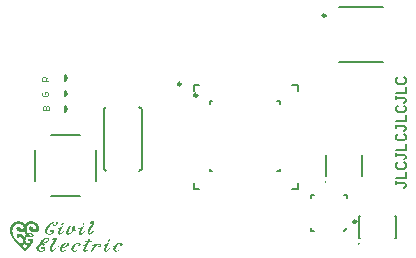
<source format=gto>
G04*
G04 #@! TF.GenerationSoftware,Altium Limited,Altium Designer,18.1.7 (191)*
G04*
G04 Layer_Color=65535*
%FSLAX44Y44*%
%MOMM*%
G71*
G01*
G75*
%ADD10C,0.2500*%
%ADD11C,0.2000*%
%ADD12C,0.1500*%
%ADD13C,0.1000*%
G36*
X259850Y318340D02*
X259920Y318327D01*
X259989Y318299D01*
X260086Y318257D01*
X260169Y318202D01*
X260266Y318119D01*
X260280Y318105D01*
X260322Y318077D01*
X260377Y318035D01*
X260419Y317980D01*
X260433Y317966D01*
X260461Y317924D01*
X260488Y317869D01*
X260530Y317800D01*
X260516Y317786D01*
X260502Y317744D01*
X260474Y317689D01*
X260447Y317633D01*
X260433Y317619D01*
X260419Y317578D01*
X260377Y317522D01*
X260336Y317481D01*
X260322Y317467D01*
X260280Y317453D01*
X260211Y317411D01*
X260128Y317356D01*
X260017Y317300D01*
X259906Y317231D01*
X259656Y317078D01*
X259642Y317065D01*
X259601Y317051D01*
X259531Y317023D01*
X259448Y316968D01*
X259337Y316926D01*
X259226Y316857D01*
X258991Y316732D01*
X258977D01*
X258935Y316718D01*
X258880D01*
X258796Y316732D01*
X258769Y316746D01*
X258713Y316773D01*
X258658Y316815D01*
X258616Y316870D01*
Y316884D01*
X258602Y316912D01*
X258588Y316954D01*
Y317037D01*
Y317120D01*
X258602Y317231D01*
X258644Y317370D01*
X258699Y317522D01*
X258713Y317536D01*
X258741Y317592D01*
X258796Y317675D01*
X258852Y317772D01*
X259018Y317980D01*
X259115Y318091D01*
X259226Y318188D01*
X259240Y318202D01*
X259268Y318216D01*
X259323Y318243D01*
X259393Y318271D01*
X259559Y318327D01*
X259656Y318354D01*
X259795D01*
X259850Y318340D01*
D02*
G37*
G36*
X253346Y319672D02*
X253540Y319658D01*
X253568D01*
X253637Y319644D01*
X253734D01*
X253859Y319630D01*
X254026Y319603D01*
X254192Y319589D01*
X254553Y319547D01*
X254580D01*
X254636Y319533D01*
X254719Y319506D01*
X254830Y319464D01*
X254955Y319394D01*
X255066Y319325D01*
X255177Y319214D01*
X255274Y319089D01*
X255288Y319076D01*
X255315Y319020D01*
X255343Y318951D01*
X255385Y318854D01*
X255413Y318729D01*
X255440Y318590D01*
Y318438D01*
X255426Y318271D01*
Y318257D01*
X255413Y318243D01*
X255399Y318202D01*
X255385Y318146D01*
X255357Y318077D01*
X255329Y317994D01*
X255246Y317786D01*
X255121Y317550D01*
X254955Y317273D01*
X254747Y316968D01*
X254497Y316649D01*
X254483Y316635D01*
X254470Y316607D01*
X254414Y316565D01*
X254359Y316524D01*
X254289Y316454D01*
X254206Y316385D01*
X254095Y316302D01*
X253984Y316232D01*
X253707Y316080D01*
X253374Y315941D01*
X253194Y315900D01*
X252999Y315858D01*
X252791Y315830D01*
X252514D01*
X252431Y315844D01*
X252334Y315858D01*
X252209Y315886D01*
X252098Y315914D01*
X251973Y315969D01*
X251862Y316038D01*
X251848Y316052D01*
X251807Y316066D01*
X251751Y316108D01*
X251682Y316177D01*
X251599Y316246D01*
X251502Y316343D01*
X251418Y316454D01*
X251335Y316593D01*
Y316607D01*
X251321Y316635D01*
X251308Y316676D01*
X251294Y316732D01*
X251280Y316801D01*
Y316884D01*
X251294Y316968D01*
X251335Y317051D01*
Y317065D01*
X251363Y317092D01*
X251418Y317176D01*
X251529Y317286D01*
X251599Y317328D01*
X251682Y317370D01*
X251696D01*
X251723Y317384D01*
X251765D01*
X251821Y317397D01*
X251959Y317411D01*
X252112Y317397D01*
X252140D01*
X252181Y317384D01*
X252223Y317356D01*
X252264Y317314D01*
X252306Y317245D01*
X252334Y317162D01*
X252348Y317051D01*
Y317037D01*
X252362Y316995D01*
Y316954D01*
X252389Y316884D01*
X252445Y316773D01*
X252500Y316732D01*
X252556Y316704D01*
X252583D01*
X252667Y316690D01*
X252778D01*
X252930Y316704D01*
X252958D01*
X253013Y316732D01*
X253110Y316759D01*
X253221Y316815D01*
X253360Y316884D01*
X253512Y316995D01*
X253665Y317134D01*
X253804Y317314D01*
X253818Y317342D01*
X253873Y317411D01*
X253929Y317508D01*
X253998Y317633D01*
X254067Y317800D01*
X254123Y317966D01*
X254151Y318146D01*
Y318327D01*
Y318340D01*
Y318382D01*
X254137Y318438D01*
X254123Y318507D01*
X254095Y318576D01*
X254067Y318659D01*
X254012Y318729D01*
X253943Y318798D01*
X253929D01*
X253915Y318826D01*
X253873Y318840D01*
X253832Y318867D01*
X253693Y318909D01*
X253512Y318937D01*
X253346D01*
X253180Y318909D01*
X252985Y318881D01*
X252944D01*
X252889Y318867D01*
X252833Y318854D01*
X252667Y318812D01*
X252500Y318757D01*
X252486D01*
X252459Y318743D01*
X252417Y318729D01*
X252348Y318701D01*
X252278Y318673D01*
X252181Y318632D01*
X251973Y318535D01*
X251737Y318410D01*
X251474Y318271D01*
X251196Y318105D01*
X250933Y317924D01*
X250919D01*
X250905Y317897D01*
X250864Y317869D01*
X250808Y317827D01*
X250683Y317716D01*
X250503Y317564D01*
X250295Y317384D01*
X250073Y317176D01*
X249851Y316954D01*
X249615Y316704D01*
X249602Y316690D01*
X249588Y316662D01*
X249546Y316621D01*
X249491Y316565D01*
X249421Y316496D01*
X249352Y316413D01*
X249172Y316205D01*
X248950Y315941D01*
X248728Y315664D01*
X248492Y315359D01*
X248256Y315026D01*
Y315012D01*
X248229Y314984D01*
X248201Y314943D01*
X248146Y314873D01*
X248090Y314790D01*
X248034Y314693D01*
X247965Y314582D01*
X247882Y314457D01*
X247716Y314166D01*
X247521Y313847D01*
X247341Y313500D01*
X247161Y313126D01*
X247147Y313098D01*
X247119Y313043D01*
X247078Y312946D01*
X247022Y312821D01*
X246967Y312668D01*
X246897Y312488D01*
X246828Y312308D01*
X246772Y312114D01*
Y312086D01*
X246759Y312030D01*
X246745Y311919D01*
X246717Y311781D01*
X246703Y311614D01*
X246689Y311434D01*
Y311226D01*
Y311018D01*
Y310990D01*
X246703Y310921D01*
X246717Y310810D01*
X246745Y310671D01*
X246786Y310519D01*
X246842Y310338D01*
X246925Y310158D01*
X247036Y309992D01*
X247050Y309978D01*
X247092Y309922D01*
X247161Y309853D01*
X247258Y309770D01*
X247383Y309673D01*
X247521Y309590D01*
X247702Y309492D01*
X247910Y309423D01*
X247924D01*
X247951Y309409D01*
X247993Y309395D01*
X248048Y309382D01*
X248132Y309368D01*
X248215Y309354D01*
X248437Y309340D01*
X248686D01*
X248992Y309354D01*
X249310Y309423D01*
X249477Y309465D01*
X249643Y309534D01*
X249657D01*
X249685Y309548D01*
X249740Y309576D01*
X249796Y309603D01*
X249976Y309687D01*
X250184Y309798D01*
X250406Y309964D01*
X250628Y310144D01*
X250836Y310380D01*
X251016Y310644D01*
X251030Y310657D01*
X251058Y310713D01*
X251086Y310796D01*
X251127Y310893D01*
X251141Y310921D01*
X251155Y310976D01*
X251169Y311060D01*
X251183Y311157D01*
Y311171D01*
X251196Y311212D01*
X251183Y311295D01*
X251155Y311392D01*
X251141Y311406D01*
X251113Y311448D01*
X251072Y311503D01*
X251016Y311531D01*
X251002Y311545D01*
X250975Y311559D01*
X250905D01*
X250808Y311531D01*
X250781D01*
X250739Y311503D01*
X250669Y311476D01*
X250614Y311420D01*
X250600Y311406D01*
X250559Y311365D01*
X250517Y311282D01*
X250489Y311184D01*
X250475Y311171D01*
X250462Y311115D01*
X250420Y311032D01*
X250378Y310921D01*
Y310907D01*
X250351Y310865D01*
X250323Y310810D01*
X250281Y310755D01*
X250170Y310602D01*
X250101Y310546D01*
X250032Y310491D01*
X250018D01*
X249990Y310477D01*
X249935Y310463D01*
X249879Y310449D01*
X249796Y310436D01*
X249588D01*
X249477Y310463D01*
X249463D01*
X249435Y310477D01*
X249380Y310491D01*
X249310Y310519D01*
X249241Y310560D01*
X249172Y310616D01*
X249102Y310671D01*
X249047Y310755D01*
Y310768D01*
X249033Y310796D01*
X249005Y310838D01*
X248992Y310907D01*
X248964Y310990D01*
X248950Y311087D01*
Y311198D01*
Y311337D01*
Y311365D01*
X248964Y311420D01*
X248992Y311503D01*
X249019Y311614D01*
X249061Y311739D01*
X249130Y311864D01*
X249213Y312003D01*
X249324Y312114D01*
X249338Y312127D01*
X249394Y312155D01*
X249463Y312211D01*
X249560Y312266D01*
X249671Y312335D01*
X249810Y312419D01*
X250115Y312557D01*
X250142D01*
X250198Y312585D01*
X250281Y312599D01*
X250406Y312627D01*
X250531Y312641D01*
X250683Y312668D01*
X251030D01*
X251086Y312654D01*
X251169Y312627D01*
X251280Y312599D01*
X251405Y312544D01*
X251543Y312460D01*
X251682Y312363D01*
X251821Y312238D01*
X251835Y312225D01*
X251876Y312183D01*
X251945Y312114D01*
X252015Y312030D01*
X252098Y311919D01*
X252167Y311795D01*
X252209Y311656D01*
X252237Y311503D01*
Y311490D01*
Y311434D01*
X252250Y311351D01*
Y311254D01*
X252237Y311129D01*
X252223Y310976D01*
X252181Y310838D01*
X252140Y310671D01*
Y310657D01*
X252126Y310630D01*
X252112Y310588D01*
X252084Y310533D01*
X252015Y310380D01*
X251918Y310200D01*
X251793Y309992D01*
X251626Y309784D01*
X251432Y309590D01*
X251210Y309423D01*
X251196D01*
X251183Y309409D01*
X251141Y309382D01*
X251099Y309354D01*
X250961Y309271D01*
X250781Y309174D01*
X250572Y309063D01*
X250337Y308952D01*
X250073Y308841D01*
X249796Y308744D01*
X249782D01*
X249740Y308730D01*
X249671Y308702D01*
X249588Y308688D01*
X249491Y308660D01*
X249366Y308633D01*
X249102Y308605D01*
X249033D01*
X248964Y308591D01*
X248867D01*
X248756Y308577D01*
X248631Y308563D01*
X248367Y308522D01*
X248270D01*
X248146Y308536D01*
X247993Y308549D01*
X247799Y308577D01*
X247577Y308605D01*
X247341Y308660D01*
X247078Y308716D01*
X246814Y308799D01*
X246537Y308896D01*
X246259Y309007D01*
X245996Y309160D01*
X245746Y309326D01*
X245497Y309520D01*
X245289Y309742D01*
X245094Y309992D01*
X245081Y310006D01*
X245053Y310061D01*
X245025Y310144D01*
X244970Y310255D01*
X244914Y310394D01*
X244859Y310560D01*
X244817Y310755D01*
X244762Y310976D01*
X244734Y311226D01*
X244720Y311490D01*
Y311795D01*
X244748Y312100D01*
X244803Y312446D01*
X244886Y312793D01*
X245011Y313181D01*
X245178Y313570D01*
Y313584D01*
X245191Y313598D01*
X245233Y313681D01*
X245289Y313806D01*
X245386Y313958D01*
X245497Y314166D01*
X245635Y314402D01*
X245788Y314665D01*
X245968Y314943D01*
X246176Y315248D01*
X246398Y315553D01*
X246648Y315872D01*
X246911Y316191D01*
X247202Y316524D01*
X247507Y316829D01*
X247826Y317134D01*
X248173Y317425D01*
X248201Y317439D01*
X248256Y317495D01*
X248367Y317564D01*
X248506Y317675D01*
X248686Y317786D01*
X248908Y317938D01*
X249144Y318091D01*
X249435Y318257D01*
X249740Y318424D01*
X250073Y318604D01*
X250434Y318784D01*
X250822Y318965D01*
X251224Y319145D01*
X251654Y319311D01*
X252098Y319464D01*
X252556Y319603D01*
X252583D01*
X252639Y319616D01*
X252722Y319644D01*
X252847Y319658D01*
X252999Y319672D01*
X253166Y319686D01*
X253346Y319672D01*
D02*
G37*
G36*
X277602Y318132D02*
X277699Y318119D01*
X277796Y318091D01*
X277810D01*
X277838Y318077D01*
X277893Y318049D01*
X277962Y318008D01*
X278101Y317911D01*
X278157Y317841D01*
X278212Y317772D01*
Y317758D01*
X278226Y317716D01*
X278240Y317647D01*
Y317550D01*
Y317522D01*
Y317467D01*
X278212Y317411D01*
X278184Y317370D01*
X278171Y317356D01*
X278115Y317314D01*
X278046Y317259D01*
X277935Y317189D01*
X277824Y317106D01*
X277685Y317009D01*
X277394Y316815D01*
X277380Y316801D01*
X277325Y316773D01*
X277241Y316732D01*
X277130Y316690D01*
X276992Y316635D01*
X276839Y316579D01*
X276673Y316524D01*
X276493Y316468D01*
Y316496D01*
X276479Y316565D01*
X276465Y316676D01*
Y316815D01*
X276479Y316981D01*
X276493Y317162D01*
X276548Y317342D01*
X276617Y317522D01*
X276631Y317536D01*
X276659Y317592D01*
X276700Y317675D01*
X276784Y317772D01*
X276867Y317869D01*
X276992Y317966D01*
X277144Y318049D01*
X277311Y318119D01*
X277325D01*
X277352Y318132D01*
X277394D01*
X277449Y318146D01*
X277602Y318132D01*
D02*
G37*
G36*
X222877Y319880D02*
X222988Y319866D01*
X223127Y319852D01*
X223279Y319838D01*
X223446Y319811D01*
X223806Y319741D01*
X224209Y319644D01*
X224625Y319519D01*
X225041Y319339D01*
X225055D01*
X225082Y319311D01*
X225152Y319284D01*
X225221Y319242D01*
X225318Y319200D01*
X225429Y319131D01*
X225554Y319062D01*
X225693Y318979D01*
X225998Y318770D01*
X226317Y318521D01*
X226663Y318230D01*
X227010Y317897D01*
X227024Y317883D01*
X227066Y317841D01*
X227135Y317772D01*
X227218Y317689D01*
X227232Y317675D01*
X227274Y317633D01*
X227329Y317564D01*
X227384Y317481D01*
X227412Y317467D01*
X227440Y317453D01*
X227495D01*
X227523Y317439D01*
X227579Y317411D01*
X227648Y317370D01*
X227662Y317384D01*
X227676Y317397D01*
X227745Y317481D01*
X227842Y317592D01*
X227939Y317716D01*
X227953Y317730D01*
X227967Y317744D01*
X228036Y317827D01*
X228133Y317938D01*
X228258Y318063D01*
X228272Y318077D01*
X228300Y318105D01*
X228341Y318146D01*
X228397Y318202D01*
X228480Y318271D01*
X228577Y318354D01*
X228674Y318438D01*
X228799Y318535D01*
X229076Y318743D01*
X229382Y318965D01*
X229742Y319159D01*
X230117Y319339D01*
X230130D01*
X230158Y319353D01*
X230214Y319381D01*
X230297Y319408D01*
X230394Y319450D01*
X230505Y319478D01*
X230630Y319519D01*
X230768Y319575D01*
X231087Y319658D01*
X231462Y319741D01*
X231864Y319797D01*
X232294Y319838D01*
X232433D01*
X232544Y319852D01*
X232821D01*
X232987Y319838D01*
X233168D01*
X233376Y319824D01*
X233584Y319811D01*
X234055Y319769D01*
X234541Y319686D01*
X235026Y319575D01*
X235040D01*
X235081Y319561D01*
X235151Y319533D01*
X235248Y319506D01*
X235359Y319464D01*
X235497Y319408D01*
X235650Y319339D01*
X235816Y319270D01*
X236191Y319089D01*
X236593Y318867D01*
X237009Y318590D01*
X237425Y318271D01*
X237439Y318257D01*
X237467Y318243D01*
X237508Y318202D01*
X237564Y318146D01*
X237716Y318008D01*
X237911Y317813D01*
X238119Y317578D01*
X238354Y317314D01*
X238576Y317023D01*
X238798Y316704D01*
Y316690D01*
X238826Y316662D01*
X238854Y316621D01*
X238895Y316551D01*
X238937Y316482D01*
X238992Y316385D01*
X239103Y316149D01*
X239242Y315886D01*
X239367Y315567D01*
X239492Y315220D01*
X239603Y314846D01*
Y314832D01*
X239616Y314776D01*
X239630Y314707D01*
X239658Y314596D01*
X239672Y314457D01*
X239700Y314305D01*
Y314138D01*
X239713Y313944D01*
Y313736D01*
X239700Y313514D01*
X239672Y313292D01*
X239616Y313057D01*
X239561Y312821D01*
X239478Y312571D01*
X239367Y312322D01*
X239228Y312086D01*
X239214Y312072D01*
X239186Y312030D01*
X239145Y311975D01*
X239076Y311892D01*
X238992Y311795D01*
X238895Y311670D01*
X238770Y311559D01*
X238632Y311420D01*
X238479Y311295D01*
X238299Y311157D01*
X238105Y311032D01*
X237883Y310907D01*
X237661Y310796D01*
X237411Y310699D01*
X237148Y310616D01*
X236857Y310546D01*
X236843D01*
X236787Y310533D01*
X236718Y310519D01*
X236607Y310505D01*
X236482Y310491D01*
X236330Y310477D01*
X236163Y310463D01*
X235969Y310449D01*
X235553D01*
X235095Y310477D01*
X234624Y310546D01*
X234388Y310602D01*
X234152Y310671D01*
X234138D01*
X234097Y310685D01*
X234027Y310713D01*
X233944Y310755D01*
X233833Y310796D01*
X233695Y310865D01*
X233556Y310935D01*
X233389Y311018D01*
X233223Y311115D01*
X233043Y311226D01*
X232849Y311351D01*
X232654Y311490D01*
X232460Y311642D01*
X232266Y311822D01*
X232086Y312003D01*
X231892Y312211D01*
X231878Y312225D01*
X231836Y312280D01*
X231781Y312349D01*
X231698Y312460D01*
X231614Y312585D01*
X231531Y312724D01*
X231462Y312876D01*
X231392Y313043D01*
Y313057D01*
X231365Y313126D01*
X231337Y313209D01*
X231323Y313334D01*
X231295Y313473D01*
X231282Y313639D01*
X231268Y313806D01*
X231282Y314000D01*
Y314027D01*
X231295Y314097D01*
X231309Y314194D01*
X231351Y314319D01*
X231392Y314457D01*
X231448Y314610D01*
X231531Y314762D01*
X231628Y314901D01*
X231642Y314915D01*
X231684Y314957D01*
X231753Y315026D01*
X231836Y315095D01*
X231947Y315179D01*
X232086Y315276D01*
X232238Y315359D01*
X232405Y315428D01*
X232433D01*
X232488Y315442D01*
X232571Y315470D01*
X232682Y315484D01*
X232960D01*
X233112Y315470D01*
X233251Y315428D01*
X233265Y315414D01*
X233320Y315400D01*
X233389Y315359D01*
X233473Y315289D01*
X233584Y315220D01*
X233695Y315137D01*
X233806Y315026D01*
X233916Y314901D01*
X233930Y314887D01*
X233944Y314860D01*
X233986Y314818D01*
X234027Y314762D01*
X234125Y314610D01*
X234235Y314443D01*
X234249Y314430D01*
X234263Y314402D01*
X234305Y314360D01*
X234346Y314291D01*
X234443Y314138D01*
X234554Y313944D01*
X234568Y313916D01*
X234624Y313861D01*
X234693Y313764D01*
X234790Y313653D01*
X234915Y313528D01*
X235068Y313403D01*
X235234Y313306D01*
X235428Y313223D01*
X235456D01*
X235525Y313195D01*
X235622Y313181D01*
X235761Y313168D01*
X235914D01*
X236094Y313195D01*
X236274Y313251D01*
X236468Y313334D01*
X236496Y313348D01*
X236551Y313389D01*
X236649Y313445D01*
X236746Y313542D01*
X236870Y313653D01*
X236981Y313792D01*
X237078Y313958D01*
X237148Y314152D01*
X237162Y314180D01*
X237176Y314249D01*
X237189Y314360D01*
X237203Y314499D01*
Y314665D01*
X237176Y314860D01*
X237134Y315068D01*
X237051Y315276D01*
X237037Y315289D01*
X237023Y315345D01*
X236981Y315414D01*
X236926Y315525D01*
X236843Y315650D01*
X236746Y315789D01*
X236635Y315941D01*
X236496Y316122D01*
X236343Y316288D01*
X236177Y316468D01*
X235983Y316649D01*
X235761Y316829D01*
X235511Y317009D01*
X235248Y317176D01*
X234970Y317314D01*
X234652Y317453D01*
X234638Y317467D01*
X234568Y317481D01*
X234485Y317508D01*
X234360Y317550D01*
X234208Y317592D01*
X234027Y317633D01*
X233819Y317661D01*
X233598Y317703D01*
X233348Y317730D01*
X233098Y317744D01*
X232821D01*
X232557Y317716D01*
X232266Y317689D01*
X231989Y317619D01*
X231698Y317536D01*
X231420Y317425D01*
X231406D01*
X231392Y317411D01*
X231351Y317384D01*
X231295Y317356D01*
X231157Y317286D01*
X230990Y317176D01*
X230796Y317037D01*
X230602Y316870D01*
X230408Y316662D01*
X230228Y316441D01*
X230214Y316413D01*
X230158Y316330D01*
X230075Y316205D01*
X229978Y316038D01*
X229867Y315844D01*
X229756Y315608D01*
X229645Y315359D01*
X229562Y315081D01*
Y315068D01*
X229548Y315026D01*
X229534Y314970D01*
X229520Y314887D01*
X229492Y314790D01*
X229465Y314665D01*
X229437Y314541D01*
X229423Y314388D01*
X229368Y314055D01*
X229312Y313667D01*
X229284Y313265D01*
X229271Y312849D01*
Y312835D01*
Y312793D01*
Y312738D01*
Y312654D01*
X229284Y312557D01*
X229298Y312433D01*
Y312294D01*
X229326Y312141D01*
X229368Y311795D01*
X229437Y311420D01*
X229534Y311018D01*
X229659Y310602D01*
X229673Y310574D01*
X229687Y310519D01*
X229728Y310422D01*
X229770Y310325D01*
X229825Y310214D01*
X229881Y310103D01*
X229950Y310019D01*
X230006Y309964D01*
X230033D01*
X230075Y309950D01*
X230241D01*
X230352Y309964D01*
X230505Y309992D01*
X230699Y310033D01*
X230713D01*
X230741Y310047D01*
X230782D01*
X230838Y310061D01*
X230990Y310089D01*
X231184Y310103D01*
X231420Y310130D01*
X231684Y310144D01*
X231975Y310130D01*
X232266Y310117D01*
X232294D01*
X232335Y310103D01*
X232391Y310089D01*
X232544Y310061D01*
X232738Y310006D01*
X232960Y309950D01*
X233223Y309867D01*
X233500Y309770D01*
X233778Y309645D01*
X233792D01*
X233833Y309617D01*
X233861D01*
X233916Y309590D01*
X233930Y309576D01*
X233986Y309548D01*
X234069Y309492D01*
X234166Y309409D01*
X234291Y309326D01*
X234416Y309215D01*
X234679Y308979D01*
X234693Y308965D01*
X234735Y308924D01*
X234776Y308841D01*
X234846Y308744D01*
X234901Y308605D01*
X234943Y308452D01*
X234984Y308272D01*
X234998Y308078D01*
Y308050D01*
Y307981D01*
X234984Y307870D01*
X234957Y307745D01*
X234915Y307593D01*
X234846Y307440D01*
X234762Y307287D01*
X234652Y307149D01*
X234638Y307135D01*
X234582Y307093D01*
X234499Y307024D01*
X234402Y306955D01*
X234277Y306871D01*
X234125Y306774D01*
X233972Y306691D01*
X233806Y306608D01*
X233792D01*
X233764Y306594D01*
X233708Y306566D01*
X233639Y306539D01*
X233542Y306511D01*
X233431Y306469D01*
X233320Y306428D01*
X233181Y306400D01*
X232876Y306317D01*
X232544Y306261D01*
X232197Y306220D01*
X231795D01*
X231739Y306233D01*
X231670D01*
X231573Y306247D01*
X231476Y306261D01*
X231226Y306317D01*
X230935Y306400D01*
X230616Y306525D01*
X230283Y306691D01*
X230103Y306788D01*
X229936Y306899D01*
X229922Y306913D01*
X229895Y306927D01*
X229853Y306955D01*
X229784Y306996D01*
X229645Y307052D01*
X229576Y307066D01*
X229492D01*
X229479Y307052D01*
X229395Y307024D01*
X229354Y306982D01*
X229284Y306927D01*
X229229Y306857D01*
X229160Y306774D01*
Y306760D01*
X229132Y306733D01*
X229104Y306691D01*
X229063Y306622D01*
X229021Y306552D01*
X228965Y306455D01*
X228841Y306233D01*
X228702Y305970D01*
X228563Y305679D01*
X228425Y305346D01*
X228314Y305013D01*
Y304999D01*
X228300Y304971D01*
X228286Y304916D01*
X228272Y304847D01*
X228258Y304763D01*
X228244Y304666D01*
X228217Y304541D01*
X228203Y304417D01*
X228175Y304125D01*
X228161Y303779D01*
Y303418D01*
X228203Y303030D01*
Y303016D01*
Y303002D01*
X228217Y302960D01*
X228230Y302905D01*
X228258Y302780D01*
X228328Y302614D01*
X228397Y302420D01*
X228508Y302212D01*
X228647Y302003D01*
X228813Y301809D01*
X228841Y301796D01*
X228896Y301726D01*
X229007Y301657D01*
X229146Y301560D01*
X229326Y301449D01*
X229534Y301366D01*
X229770Y301282D01*
X230033Y301227D01*
X230269D01*
X230449Y301255D01*
X230644Y301296D01*
X230879Y301352D01*
X231129Y301449D01*
X231392Y301588D01*
X231406D01*
X231420Y301601D01*
X231503Y301671D01*
X231628Y301754D01*
X231781Y301879D01*
X231947Y302017D01*
X232100Y302198D01*
X232238Y302392D01*
X232349Y302600D01*
Y302614D01*
X232363Y302655D01*
X232377Y302711D01*
X232391Y302794D01*
Y302877D01*
Y302974D01*
X232363Y303085D01*
X232322Y303182D01*
X232308Y303196D01*
X232294Y303224D01*
X232252Y303252D01*
X232197Y303293D01*
X232114Y303335D01*
X232030Y303377D01*
X231919Y303390D01*
X231795Y303404D01*
X231767D01*
X231725Y303390D01*
X231670D01*
X231545Y303363D01*
X231392Y303321D01*
X231379D01*
X231365Y303307D01*
X231268Y303293D01*
X231143Y303266D01*
X231018Y303238D01*
X231004D01*
X230976Y303224D01*
X230921D01*
X230852Y303210D01*
X230699Y303196D01*
X230519Y303182D01*
X230477D01*
X230436Y303196D01*
X230380Y303210D01*
X230325Y303238D01*
X230255Y303279D01*
X230186Y303335D01*
X230117Y303404D01*
X230103Y303418D01*
X230089Y303446D01*
X230061Y303487D01*
X230033Y303557D01*
X229964Y303709D01*
X229950Y303806D01*
X229936Y303904D01*
Y303917D01*
Y303945D01*
X229950Y304001D01*
Y304070D01*
X229992Y304236D01*
X230061Y304431D01*
X230075Y304444D01*
X230089Y304486D01*
X230117Y304555D01*
X230172Y304639D01*
X230228Y304722D01*
X230311Y304819D01*
X230408Y304902D01*
X230519Y304971D01*
X230533Y304985D01*
X230574Y304999D01*
X230644Y305027D01*
X230727Y305068D01*
X230824Y305110D01*
X230935Y305152D01*
X231184Y305207D01*
X231226D01*
X231268Y305221D01*
X231323D01*
X231406Y305235D01*
X231490D01*
X231711Y305249D01*
X232238D01*
X232530Y305221D01*
X232821Y305179D01*
X232862D01*
X232904Y305166D01*
X232960Y305152D01*
X233098Y305110D01*
X233292Y305041D01*
X233514Y304944D01*
X233764Y304833D01*
X234014Y304680D01*
X234263Y304486D01*
X234291Y304458D01*
X234360Y304403D01*
X234457Y304306D01*
X234568Y304181D01*
X234693Y304028D01*
X234804Y303862D01*
X234901Y303668D01*
X234970Y303474D01*
Y303446D01*
X234984Y303377D01*
X234998Y303266D01*
X234984Y303113D01*
X234957Y302933D01*
X234901Y302739D01*
X234818Y302517D01*
X234679Y302281D01*
X234665Y302253D01*
X234610Y302184D01*
X234527Y302059D01*
X234430Y301907D01*
X234305Y301726D01*
X234152Y301518D01*
X234000Y301310D01*
X233833Y301088D01*
X233819Y301061D01*
X233750Y300991D01*
X233667Y300880D01*
X233542Y300742D01*
X233403Y300575D01*
X233237Y300381D01*
X232904Y299979D01*
X232890Y299965D01*
X232849Y299923D01*
X232793Y299840D01*
X232710Y299743D01*
X232599Y299618D01*
X232474Y299480D01*
X232322Y299313D01*
X232169Y299133D01*
X231989Y298925D01*
X231808Y298717D01*
X231392Y298273D01*
X230949Y297801D01*
X230491Y297316D01*
X230477Y297302D01*
X230436Y297260D01*
X230366Y297191D01*
X230269Y297094D01*
X230158Y296983D01*
X230019Y296845D01*
X229867Y296692D01*
X229701Y296512D01*
X229506Y296331D01*
X229312Y296137D01*
X228868Y295721D01*
X228383Y295277D01*
X227884Y294834D01*
X227870Y294820D01*
X227856Y294806D01*
X227773Y294723D01*
X227759D01*
X227717Y294695D01*
X227662Y294667D01*
X227593Y294625D01*
X227579Y294639D01*
X227509Y294695D01*
X227426Y294764D01*
X227301Y294861D01*
X227163Y294986D01*
X226996Y295111D01*
X226663Y295402D01*
X226649Y295416D01*
X226580Y295471D01*
X226497Y295541D01*
X226386Y295638D01*
X226247Y295763D01*
X226095Y295888D01*
X225762Y296179D01*
X225734Y296206D01*
X225665Y296262D01*
X225554Y296373D01*
X225415Y296512D01*
X225235Y296692D01*
X225013Y296914D01*
X224763Y297150D01*
X224500Y297413D01*
X224209Y297704D01*
X223904Y298023D01*
X223571Y298356D01*
X223238Y298703D01*
X222530Y299438D01*
X221823Y300215D01*
X221796Y300242D01*
X221740Y300312D01*
X221643Y300422D01*
X221504Y300575D01*
X221338Y300769D01*
X221130Y300991D01*
X220908Y301241D01*
X220658Y301532D01*
X220395Y301837D01*
X220104Y302184D01*
X219812Y302530D01*
X219507Y302919D01*
X219188Y303307D01*
X218869Y303709D01*
X218218Y304541D01*
X218204Y304555D01*
X218176Y304597D01*
X218134Y304652D01*
X218079Y304736D01*
X217996Y304833D01*
X217912Y304958D01*
X217815Y305096D01*
X217704Y305235D01*
X217469Y305582D01*
X217205Y305970D01*
X216928Y306372D01*
X216650Y306802D01*
X216637Y306816D01*
X216623Y306857D01*
X216581Y306913D01*
X216525Y307010D01*
X216470Y307107D01*
X216401Y307246D01*
X216318Y307384D01*
X216234Y307551D01*
X216137Y307731D01*
X216054Y307925D01*
X215860Y308341D01*
X215666Y308813D01*
X215485Y309298D01*
Y309312D01*
X215471Y309368D01*
X215444Y309451D01*
X215416Y309576D01*
X215374Y309714D01*
X215333Y309881D01*
X215291Y310075D01*
X215250Y310283D01*
X215194Y310505D01*
X215153Y310755D01*
X215083Y311268D01*
X215028Y311822D01*
X215000Y312377D01*
Y312391D01*
Y312405D01*
Y312446D01*
Y312502D01*
Y312641D01*
X215014Y312821D01*
X215028Y313043D01*
X215042Y313279D01*
X215069Y313542D01*
X215111Y313806D01*
Y313833D01*
X215125Y313903D01*
X215153Y314014D01*
X215194Y314166D01*
X215250Y314346D01*
X215319Y314568D01*
X215402Y314818D01*
X215513Y315095D01*
X215638Y315387D01*
X215777Y315706D01*
X215957Y316024D01*
X216151Y316371D01*
X216373Y316718D01*
X216637Y317065D01*
X216914Y317425D01*
X217233Y317772D01*
X217247Y317786D01*
X217288Y317827D01*
X217344Y317883D01*
X217427Y317966D01*
X217524Y318063D01*
X217649Y318160D01*
X217788Y318285D01*
X217954Y318410D01*
X218134Y318549D01*
X218314Y318687D01*
X218731Y318951D01*
X219202Y319200D01*
X219452Y319311D01*
X219701Y319408D01*
X219715D01*
X219757Y319436D01*
X219840Y319450D01*
X219937Y319492D01*
X220062Y319519D01*
X220215Y319561D01*
X220395Y319603D01*
X220575Y319658D01*
X220797Y319700D01*
X221019Y319741D01*
X221269Y319783D01*
X221518Y319824D01*
X222073Y319880D01*
X222655Y319894D01*
X222780D01*
X222877Y319880D01*
D02*
G37*
G36*
X266202Y316024D02*
X266299Y315997D01*
X266369Y315941D01*
X266382Y315927D01*
X266410Y315886D01*
X266452Y315816D01*
X266479Y315692D01*
Y315678D01*
Y315664D01*
X266493Y315595D01*
Y315497D01*
X266479Y315400D01*
Y315387D01*
X266466Y315373D01*
X266452Y315331D01*
X266424Y315276D01*
X266355Y315123D01*
X266271Y314929D01*
X266174Y314693D01*
X266063Y314443D01*
X265939Y314166D01*
X265814Y313889D01*
Y313875D01*
X265800Y313861D01*
X265786Y313819D01*
X265758Y313764D01*
X265689Y313611D01*
X265592Y313417D01*
X265495Y313181D01*
X265370Y312932D01*
X265245Y312654D01*
X265120Y312377D01*
X265107Y312349D01*
X265079Y312294D01*
X265037Y312197D01*
X264982Y312072D01*
X264912Y311919D01*
X264843Y311739D01*
X264760Y311559D01*
X264690Y311365D01*
X264677Y311337D01*
X264649Y311282D01*
X264607Y311184D01*
X264566Y311060D01*
X264496Y310907D01*
X264427Y310741D01*
X264274Y310380D01*
Y310352D01*
X264261Y310283D01*
X264247Y310200D01*
X264219Y310089D01*
Y310061D01*
X264205Y310006D01*
X264191Y309909D01*
Y309825D01*
Y309811D01*
Y309770D01*
Y309714D01*
X264205Y309659D01*
X264219Y309576D01*
X264261Y309506D01*
X264302Y309451D01*
X264371Y309395D01*
X264385D01*
X264399Y309368D01*
X264441Y309354D01*
X264482Y309326D01*
X264621Y309298D01*
X264704Y309312D01*
X264801Y309326D01*
X264815Y309340D01*
X264857Y309354D01*
X264871Y309368D01*
X264885Y309395D01*
X264898D01*
X264926Y309423D01*
X264954Y309451D01*
X265009Y309492D01*
X265162Y309603D01*
X265356Y309742D01*
X265592Y309909D01*
X265842Y310103D01*
X266119Y310297D01*
X266396Y310519D01*
X266410Y310533D01*
X266424Y310546D01*
X266466Y310574D01*
X266521Y310616D01*
X266660Y310741D01*
X266840Y310907D01*
X267048Y311101D01*
X267270Y311323D01*
X267506Y311573D01*
X267728Y311850D01*
X267742Y311864D01*
X267755Y311892D01*
X267783Y311933D01*
X267825Y311989D01*
X267880Y312141D01*
X267894Y312211D01*
X267908Y312294D01*
Y312308D01*
Y312335D01*
Y312377D01*
Y312446D01*
X267880Y312599D01*
X267852Y312779D01*
Y312793D01*
X267839Y312821D01*
Y312862D01*
X267825Y312918D01*
X267797Y313071D01*
X267769Y313279D01*
X267755Y313514D01*
Y313778D01*
X267769Y314041D01*
X267825Y314319D01*
Y314333D01*
X267839Y314346D01*
Y314388D01*
X267866Y314443D01*
X267922Y314582D01*
X268005Y314749D01*
X268116Y314957D01*
X268269Y315165D01*
X268463Y315387D01*
X268712Y315595D01*
X268726Y315608D01*
X268754Y315622D01*
X268796Y315664D01*
X268865Y315706D01*
X269017Y315789D01*
X269184Y315886D01*
X269198D01*
X269225Y315900D01*
X269281Y315914D01*
X269350Y315927D01*
X269433Y315941D01*
X269531D01*
X269628Y315927D01*
X269739Y315886D01*
X269752Y315872D01*
X269794Y315858D01*
X269849Y315816D01*
X269919Y315775D01*
X270058Y315636D01*
X270113Y315553D01*
X270168Y315456D01*
Y315442D01*
X270182Y315400D01*
X270196Y315345D01*
X270210Y315276D01*
X270224Y315179D01*
Y315081D01*
Y314846D01*
Y314832D01*
Y314790D01*
Y314735D01*
Y314652D01*
X270210Y314554D01*
X270196Y314443D01*
X270168Y314208D01*
Y314194D01*
X270155Y314152D01*
X270141Y314097D01*
X270127Y314014D01*
X270113Y313916D01*
X270085Y313806D01*
X270030Y313570D01*
Y313556D01*
X270016Y313514D01*
X269988Y313459D01*
X269974Y313376D01*
X269905Y313181D01*
X269822Y312960D01*
Y312946D01*
X269808Y312904D01*
X269780Y312849D01*
X269752Y312765D01*
X269711Y312668D01*
X269669Y312557D01*
X269586Y312322D01*
X269600Y312308D01*
X269641Y312280D01*
X269725Y312225D01*
X269808Y312183D01*
X269919Y312141D01*
X270058Y312114D01*
X270196D01*
X270349Y312141D01*
X270363D01*
X270418Y312155D01*
X270501Y312169D01*
X270598Y312183D01*
X270723Y312197D01*
X270862D01*
X271001Y312183D01*
X271153Y312141D01*
X271139Y312127D01*
X271098Y312072D01*
X271014Y311989D01*
X270917Y311892D01*
X270806Y311781D01*
X270668Y311670D01*
X270515Y311559D01*
X270349Y311476D01*
X270335Y311462D01*
X270266Y311448D01*
X270182Y311420D01*
X270058Y311392D01*
X269919Y311365D01*
X269586D01*
X269392Y311392D01*
X269378D01*
X269336Y311406D01*
X269031D01*
X268865Y311365D01*
X268851D01*
X268837Y311351D01*
X268740Y311295D01*
X268615Y311212D01*
X268490Y311073D01*
X268477Y311060D01*
X268435Y311004D01*
X268379Y310935D01*
X268296Y310838D01*
X268199Y310727D01*
X268088Y310616D01*
X267852Y310352D01*
X267839Y310338D01*
X267797Y310283D01*
X267728Y310214D01*
X267631Y310117D01*
X267533Y310019D01*
X267409Y309909D01*
X267145Y309673D01*
X267131Y309659D01*
X267117Y309645D01*
X267076Y309603D01*
X267020Y309562D01*
X266951Y309506D01*
X266868Y309451D01*
X266660Y309312D01*
X266410Y309160D01*
X266133Y309007D01*
X265828Y308855D01*
X265495Y308744D01*
X265481D01*
X265453Y308730D01*
X265412Y308716D01*
X265342Y308702D01*
X265259Y308688D01*
X265162Y308674D01*
X265051Y308647D01*
X264926Y308633D01*
X264649Y308605D01*
X264330D01*
X263983Y308633D01*
X263609Y308688D01*
X263581D01*
X263526Y308716D01*
X263428Y308744D01*
X263318Y308785D01*
X263082Y308910D01*
X262971Y308979D01*
X262888Y309076D01*
X262874Y309090D01*
X262860Y309118D01*
X262818Y309187D01*
X262777Y309271D01*
X262735Y309382D01*
X262693Y309520D01*
X262652Y309687D01*
X262624Y309881D01*
Y309895D01*
Y309950D01*
X262610Y310033D01*
Y310144D01*
Y310283D01*
Y310422D01*
X262652Y310727D01*
Y310741D01*
X262666Y310796D01*
X262693Y310879D01*
X262735Y310976D01*
X262777Y311087D01*
X262818Y311226D01*
X262943Y311503D01*
X262957Y311531D01*
X262985Y311600D01*
X263040Y311698D01*
X263109Y311836D01*
X263193Y311989D01*
X263276Y312155D01*
X263470Y312530D01*
X263484Y312557D01*
X263512Y312613D01*
X263553Y312710D01*
X263609Y312835D01*
X263692Y312987D01*
X263775Y313168D01*
X263858Y313348D01*
X263955Y313542D01*
X263969Y313570D01*
X264011Y313625D01*
X264066Y313722D01*
X264108Y313833D01*
X264122Y313861D01*
X264163Y313930D01*
X264219Y314041D01*
X264274Y314180D01*
X264233D01*
X264177Y314166D01*
X264108D01*
X263942Y314152D01*
X263720D01*
X263678Y314138D01*
X263623D01*
X263470Y314125D01*
X263318Y314097D01*
Y314111D01*
Y314152D01*
Y314235D01*
Y314249D01*
X263304Y314263D01*
Y314277D01*
X263318Y314291D01*
X263331D01*
X263345Y314305D01*
X263428Y314360D01*
X263539Y314457D01*
X263706Y314568D01*
X263886Y314693D01*
X264094Y314832D01*
X264316Y314984D01*
X264538Y315137D01*
X264552D01*
X264566Y315151D01*
X264649Y315206D01*
X264774Y315289D01*
X264940Y315400D01*
X265120Y315539D01*
X265328Y315678D01*
X265786Y315983D01*
X265814Y315997D01*
X265869Y316011D01*
X265966Y316024D01*
X266105Y316038D01*
X266133D01*
X266202Y316024D01*
D02*
G37*
G36*
X260072Y316135D02*
X260058Y316122D01*
X260045Y316080D01*
X260017Y316038D01*
X259947Y315900D01*
X259864Y315733D01*
X259753Y315525D01*
X259642Y315303D01*
X259407Y314846D01*
X259393Y314818D01*
X259351Y314735D01*
X259296Y314624D01*
X259226Y314471D01*
X259129Y314277D01*
X259032Y314069D01*
X258921Y313847D01*
X258796Y313625D01*
X258783Y313598D01*
X258755Y313528D01*
X258699Y313417D01*
X258630Y313279D01*
X258547Y313126D01*
X258450Y312946D01*
X258242Y312557D01*
X258228Y312530D01*
X258186Y312460D01*
X258131Y312363D01*
X258061Y312225D01*
X257978Y312058D01*
X257867Y311878D01*
X257770Y311684D01*
X257659Y311476D01*
Y311462D01*
X257645Y311448D01*
X257618Y311406D01*
X257590Y311351D01*
X257521Y311212D01*
X257451Y311046D01*
Y311032D01*
X257437Y311004D01*
X257410Y310963D01*
X257382Y310907D01*
X257326Y310768D01*
X257257Y310602D01*
X257243Y310588D01*
X257229Y310533D01*
X257201Y310463D01*
X257174Y310366D01*
X257104Y310144D01*
X257091Y310019D01*
X257077Y309909D01*
Y309895D01*
Y309867D01*
X257091Y309811D01*
X257104Y309742D01*
X257132Y309673D01*
X257160Y309603D01*
X257215Y309534D01*
X257285Y309479D01*
X257299Y309465D01*
X257340Y309451D01*
X257396Y309423D01*
X257479Y309409D01*
X257562Y309395D01*
X257659D01*
X257770Y309409D01*
X257867Y309451D01*
X257881D01*
X257909Y309465D01*
X257950Y309492D01*
X258006Y309534D01*
X258158Y309617D01*
X258325Y309742D01*
X258339Y309756D01*
X258394Y309798D01*
X258464Y309867D01*
X258561Y309950D01*
X258672Y310047D01*
X258810Y310158D01*
X259088Y310408D01*
X259102Y310422D01*
X259157Y310463D01*
X259226Y310533D01*
X259323Y310616D01*
X259434Y310727D01*
X259559Y310838D01*
X259837Y311073D01*
X259850D01*
X259864Y311101D01*
X259934Y311157D01*
X260031Y311240D01*
X260128Y311337D01*
X260156Y311351D01*
X260211Y311406D01*
X260308Y311490D01*
X260419Y311600D01*
X260433Y311587D01*
X260461Y311573D01*
X260530Y311490D01*
X260613Y311379D01*
X260627Y311309D01*
Y311240D01*
X260613Y311212D01*
X260599Y311157D01*
X260558Y311073D01*
X260502Y310990D01*
Y310976D01*
X260474Y310963D01*
X260461Y310921D01*
X260419Y310865D01*
X260322Y310741D01*
X260183Y310560D01*
X260017Y310366D01*
X259837Y310158D01*
X259629Y309936D01*
X259407Y309714D01*
X259379Y309687D01*
X259310Y309617D01*
X259185Y309520D01*
X259018Y309395D01*
X258810Y309243D01*
X258588Y309090D01*
X258325Y308938D01*
X258034Y308785D01*
X258020Y308771D01*
X257964Y308757D01*
X257881Y308730D01*
X257784Y308702D01*
X257659Y308660D01*
X257507Y308633D01*
X257368Y308619D01*
X257201Y308605D01*
X257118D01*
X257035Y308619D01*
X256910Y308633D01*
X256786Y308647D01*
X256633Y308688D01*
X256480Y308730D01*
X256328Y308785D01*
X256314Y308799D01*
X256259Y308813D01*
X256189Y308855D01*
X256092Y308924D01*
X255995Y308993D01*
X255884Y309090D01*
X255787Y309215D01*
X255690Y309354D01*
X255676Y309368D01*
X255662Y309437D01*
X255634Y309520D01*
X255593Y309645D01*
X255565Y309798D01*
X255551Y309964D01*
Y310144D01*
X255565Y310352D01*
Y310366D01*
X255579Y310422D01*
X255593Y310491D01*
X255620Y310588D01*
X255648Y310699D01*
X255676Y310810D01*
X255773Y311073D01*
Y311087D01*
X255787Y311129D01*
X255815Y311198D01*
X255842Y311295D01*
X255884Y311406D01*
X255926Y311531D01*
X256037Y311795D01*
X256050Y311808D01*
X256064Y311864D01*
X256106Y311933D01*
X256147Y312030D01*
X256203Y312141D01*
X256259Y312280D01*
X256411Y312557D01*
X256425Y312571D01*
X256453Y312627D01*
X256494Y312696D01*
X256550Y312793D01*
X256605Y312918D01*
X256674Y313057D01*
X256841Y313362D01*
X256147D01*
X256037Y313389D01*
X256009D01*
X255912Y313417D01*
X255787Y313459D01*
X255662Y313514D01*
X255648D01*
X255634Y313528D01*
X255537Y313570D01*
X255426Y313625D01*
X255315Y313708D01*
X255302Y313722D01*
X255288Y313750D01*
X255260Y313792D01*
X255218Y313833D01*
X255191Y313903D01*
X255177Y313972D01*
Y314041D01*
X255191Y314125D01*
Y314138D01*
X255205Y314166D01*
X255260Y314235D01*
X255302Y314277D01*
X255357Y314319D01*
X255440Y314333D01*
X255537Y314346D01*
X255634D01*
X255704Y314360D01*
X255787D01*
X255898Y314374D01*
X256134Y314402D01*
X256411Y314443D01*
X256716Y314527D01*
X257035Y314624D01*
X257340Y314762D01*
X257354D01*
X257382Y314776D01*
X257423Y314804D01*
X257479Y314832D01*
X257562Y314873D01*
X257645Y314915D01*
X257867Y315012D01*
X258117Y315137D01*
X258394Y315289D01*
X258685Y315442D01*
X258991Y315595D01*
X259004Y315608D01*
X259032Y315622D01*
X259074Y315650D01*
X259143Y315692D01*
X259296Y315775D01*
X259490Y315858D01*
X259504D01*
X259531Y315886D01*
X259587Y315914D01*
X259656Y315941D01*
X259739Y315983D01*
X259837Y316038D01*
X260072Y316149D01*
Y316135D01*
D02*
G37*
G36*
X285285Y320116D02*
X285452Y320102D01*
X285646Y320046D01*
X285673D01*
X285729Y320019D01*
X285812Y319991D01*
X285923Y319949D01*
X286034Y319880D01*
X286159Y319811D01*
X286270Y319713D01*
X286367Y319603D01*
X286381Y319589D01*
X286408Y319547D01*
X286450Y319492D01*
X286478Y319394D01*
X286519Y319284D01*
X286533Y319159D01*
Y318992D01*
X286506Y318826D01*
Y318812D01*
X286492Y318757D01*
X286478Y318673D01*
X286464Y318562D01*
X286422Y318438D01*
X286395Y318299D01*
X286284Y318008D01*
Y317994D01*
X286256Y317938D01*
X286228Y317869D01*
X286187Y317758D01*
X286131Y317647D01*
X286062Y317522D01*
X285923Y317259D01*
X285909Y317245D01*
X285895Y317203D01*
X285854Y317120D01*
X285798Y317023D01*
X285729Y316912D01*
X285646Y316759D01*
X285549Y316607D01*
X285452Y316427D01*
X285340Y316219D01*
X285216Y316011D01*
X284966Y315567D01*
X284689Y315081D01*
X284398Y314582D01*
X284384Y314568D01*
X284356Y314527D01*
X284314Y314457D01*
X284259Y314360D01*
X284189Y314235D01*
X284106Y314097D01*
X284009Y313930D01*
X283912Y313750D01*
X283801Y313556D01*
X283676Y313348D01*
X283413Y312904D01*
X283136Y312419D01*
X282858Y311919D01*
X282844Y311906D01*
X282830Y311864D01*
X282789Y311808D01*
X282761Y311725D01*
X282705Y311642D01*
X282664Y311531D01*
X282567Y311282D01*
Y311268D01*
X282553Y311226D01*
X282525Y311143D01*
X282498Y311060D01*
X282470Y310949D01*
X282442Y310838D01*
X282387Y310574D01*
Y310546D01*
X282373Y310491D01*
Y310408D01*
X282359Y310311D01*
X282373Y310186D01*
X282400Y310075D01*
X282456Y309964D01*
X282539Y309881D01*
X282553D01*
X282581Y309853D01*
X282636Y309839D01*
X282705Y309811D01*
X282803Y309798D01*
X282927D01*
X283066Y309811D01*
X283232Y309853D01*
X283246Y309867D01*
X283316Y309881D01*
X283399Y309922D01*
X283496Y309978D01*
X283621Y310047D01*
X283759Y310117D01*
X284009Y310311D01*
X284023Y310325D01*
X284065Y310366D01*
X284134Y310436D01*
X284217Y310519D01*
X284328Y310630D01*
X284439Y310741D01*
X284675Y310990D01*
X284689Y311004D01*
X284703Y311032D01*
X284744Y311073D01*
X284786Y311129D01*
X284911Y311268D01*
X285063Y311420D01*
X285077Y311434D01*
X285091Y311462D01*
X285133Y311490D01*
X285188Y311545D01*
X285327Y311656D01*
X285493Y311767D01*
X285507Y311781D01*
X285562Y311808D01*
X285660Y311822D01*
X285854D01*
X285937Y311808D01*
X286034Y311795D01*
X286076Y311767D01*
X286103Y311739D01*
X286117Y311725D01*
X286145Y311670D01*
X286173Y311573D01*
X286187Y311503D01*
Y311420D01*
Y311406D01*
Y311379D01*
X286173Y311295D01*
X286159Y311184D01*
X286131Y311143D01*
X286103Y311101D01*
Y311087D01*
X286076Y311073D01*
X286048Y311032D01*
X285992Y310976D01*
X285881Y310838D01*
X285715Y310671D01*
X285521Y310463D01*
X285313Y310241D01*
X285077Y310006D01*
X284827Y309770D01*
X284813D01*
X284800Y309742D01*
X284758Y309714D01*
X284716Y309659D01*
X284578Y309548D01*
X284384Y309395D01*
X284162Y309229D01*
X283898Y309063D01*
X283607Y308882D01*
X283288Y308716D01*
X283274D01*
X283246Y308702D01*
X283205Y308674D01*
X283136Y308660D01*
X283052Y308633D01*
X282969Y308605D01*
X282747Y308563D01*
X282484Y308549D01*
X282206Y308563D01*
X282068Y308591D01*
X281929Y308633D01*
X281776Y308702D01*
X281638Y308785D01*
X281624D01*
X281610Y308813D01*
X281527Y308868D01*
X281402Y308979D01*
X281263Y309132D01*
X281111Y309326D01*
X280972Y309562D01*
X280861Y309839D01*
X280819Y309992D01*
X280792Y310144D01*
Y310158D01*
X280778Y310214D01*
X280764Y310297D01*
Y310380D01*
Y310408D01*
Y310477D01*
X280750Y310574D01*
X280736Y310699D01*
Y310713D01*
Y310727D01*
X280750Y310768D01*
Y310824D01*
X280778Y310963D01*
X280806Y311143D01*
X280847Y311351D01*
X280889Y311587D01*
X280958Y311850D01*
X281028Y312114D01*
Y312127D01*
X281041Y312141D01*
Y312183D01*
X281069Y312238D01*
X281111Y312363D01*
X281166Y312544D01*
X281249Y312752D01*
X281346Y312987D01*
X281457Y313237D01*
X281582Y313487D01*
Y313500D01*
X281596Y313514D01*
X281624Y313556D01*
X281651Y313611D01*
X281735Y313736D01*
X281846Y313916D01*
X281971Y314125D01*
X282109Y314360D01*
X282276Y314610D01*
X282442Y314873D01*
Y314887D01*
X282470Y314901D01*
X282484Y314943D01*
X282525Y314998D01*
X282622Y315123D01*
X282733Y315303D01*
X282872Y315511D01*
X283038Y315733D01*
X283205Y315983D01*
X283371Y316232D01*
X283385Y316246D01*
X283413Y316302D01*
X283468Y316371D01*
X283538Y316468D01*
X283621Y316579D01*
X283718Y316690D01*
X283926Y316940D01*
X283940Y316954D01*
X283981Y316995D01*
X284037Y317065D01*
X284106Y317162D01*
X284189Y317259D01*
X284286Y317384D01*
X284481Y317633D01*
X284495Y317647D01*
X284536Y317703D01*
X284592Y317786D01*
X284647Y317869D01*
X284661Y317897D01*
X284689Y317952D01*
X284730Y318035D01*
X284772Y318119D01*
Y318132D01*
X284786Y318160D01*
Y318202D01*
Y318257D01*
X284772Y318396D01*
X284758Y318465D01*
X284716Y318535D01*
X284689Y318562D01*
X284619Y318590D01*
X284495Y318618D01*
X284425D01*
X284328Y318590D01*
X284314D01*
X284286Y318576D01*
X284245Y318562D01*
X284189Y318535D01*
X284051Y318451D01*
X283898Y318354D01*
X283884D01*
X283857Y318327D01*
X283815Y318299D01*
X283759Y318271D01*
X283621Y318174D01*
X283468Y318063D01*
X283454D01*
X283441Y318035D01*
X283357Y317966D01*
X283232Y317855D01*
X283080Y317716D01*
X283066D01*
X283052Y317689D01*
X282969Y317661D01*
X282914Y317647D01*
X282844D01*
X282761Y317675D01*
X282678Y317716D01*
X282664Y317730D01*
X282636Y317758D01*
X282609Y317800D01*
X282567Y317855D01*
X282539Y317924D01*
X282511Y318008D01*
X282498Y318091D01*
X282511Y318188D01*
Y318202D01*
X282525Y318230D01*
X282539Y318285D01*
X282553Y318340D01*
X282609Y318507D01*
X282678Y318701D01*
Y318715D01*
X282692Y318729D01*
X282719Y318770D01*
X282747Y318826D01*
X282844Y318951D01*
X282983Y319117D01*
X283149Y319297D01*
X283371Y319492D01*
X283635Y319672D01*
X283954Y319838D01*
X283968D01*
X283981Y319852D01*
X284065Y319880D01*
X284176Y319935D01*
X284328Y319991D01*
X284508Y320033D01*
X284703Y320088D01*
X284911Y320116D01*
X285119Y320130D01*
X285216D01*
X285285Y320116D01*
D02*
G37*
G36*
X277796Y315927D02*
X277782Y315914D01*
X277768Y315872D01*
X277741Y315830D01*
X277671Y315692D01*
X277588Y315511D01*
X277477Y315317D01*
X277366Y315081D01*
X277130Y314610D01*
X277117Y314582D01*
X277075Y314499D01*
X277020Y314374D01*
X276936Y314222D01*
X276839Y314027D01*
X276728Y313819D01*
X276493Y313362D01*
X276479Y313334D01*
X276451Y313279D01*
X276395Y313168D01*
X276326Y313043D01*
X276243Y312876D01*
X276160Y312710D01*
X275952Y312322D01*
X275938Y312294D01*
X275896Y312238D01*
X275841Y312127D01*
X275771Y311989D01*
X275688Y311836D01*
X275591Y311656D01*
X275397Y311282D01*
Y311268D01*
X275383Y311240D01*
X275355Y311198D01*
X275327Y311143D01*
X275258Y311004D01*
X275189Y310838D01*
Y310824D01*
X275175Y310810D01*
X275147Y310768D01*
X275119Y310713D01*
X275050Y310574D01*
X274981Y310408D01*
Y310394D01*
X274953Y310338D01*
X274925Y310269D01*
X274898Y310186D01*
X274870Y310075D01*
X274856Y309964D01*
X274842Y309839D01*
Y309714D01*
Y309701D01*
Y309673D01*
X274856Y309617D01*
X274870Y309548D01*
X274898Y309479D01*
X274925Y309423D01*
X274981Y309354D01*
X275050Y309298D01*
X275064Y309284D01*
X275106Y309271D01*
X275161Y309243D01*
X275244Y309215D01*
X275327Y309201D01*
X275411Y309187D01*
X275508Y309201D01*
X275591Y309243D01*
X275605D01*
X275633Y309257D01*
X275688Y309284D01*
X275744Y309326D01*
X275896Y309409D01*
X276063Y309534D01*
X276076Y309548D01*
X276132Y309590D01*
X276215Y309659D01*
X276312Y309756D01*
X276423Y309853D01*
X276562Y309978D01*
X276839Y310228D01*
X276853Y310241D01*
X276908Y310297D01*
X276978Y310366D01*
X277089Y310463D01*
X277200Y310574D01*
X277339Y310699D01*
X277630Y310963D01*
X277644Y310976D01*
X277713Y311032D01*
X277796Y311101D01*
X277921Y311184D01*
X277949Y311198D01*
X278004Y311254D01*
X278101Y311323D01*
X278212Y311420D01*
X278226Y311406D01*
X278240Y311379D01*
X278268Y311323D01*
X278295Y311254D01*
X278323Y311101D01*
X278337Y311032D01*
X278323Y310963D01*
Y310949D01*
X278309Y310935D01*
X278281Y310865D01*
X278226Y310768D01*
X278157Y310671D01*
X278129Y310644D01*
X278074Y310574D01*
X277976Y310449D01*
X277852Y310297D01*
X277713Y310130D01*
X277533Y309936D01*
X277352Y309728D01*
X277158Y309534D01*
X277130Y309506D01*
X277061Y309451D01*
X276950Y309354D01*
X276812Y309243D01*
X276631Y309104D01*
X276423Y308952D01*
X276201Y308799D01*
X275952Y308660D01*
X275938D01*
X275924Y308647D01*
X275841Y308619D01*
X275730Y308563D01*
X275591Y308522D01*
X275577D01*
X275563Y308508D01*
X275480Y308494D01*
X275369Y308452D01*
X275244Y308425D01*
X275203D01*
X275147Y308411D01*
X274884D01*
X274662Y308438D01*
X274398Y308480D01*
X274135Y308563D01*
X273996Y308633D01*
X273871Y308702D01*
X273760Y308785D01*
X273650Y308896D01*
Y308910D01*
X273622Y308924D01*
X273566Y309007D01*
X273483Y309146D01*
X273400Y309326D01*
X273317Y309562D01*
X273275Y309839D01*
Y309992D01*
X273289Y310158D01*
X273317Y310338D01*
X273358Y310519D01*
Y310533D01*
X273386Y310588D01*
X273414Y310671D01*
X273441Y310768D01*
X273497Y310893D01*
X273552Y311032D01*
X273677Y311337D01*
X273691Y311351D01*
X273719Y311406D01*
X273746Y311490D01*
X273802Y311587D01*
X273857Y311711D01*
X273927Y311850D01*
X274065Y312141D01*
Y312155D01*
X274079Y312183D01*
X274107Y312225D01*
X274135Y312294D01*
X274218Y312446D01*
X274315Y312641D01*
Y312654D01*
X274343Y312682D01*
X274357Y312738D01*
X274398Y312807D01*
X274440Y312904D01*
X274482Y313001D01*
X274579Y313223D01*
X274398D01*
X274218Y313209D01*
X274024Y313195D01*
X273746D01*
X273594Y313223D01*
X273580D01*
X273566Y313237D01*
X273483Y313265D01*
X273386Y313320D01*
X273275Y313389D01*
X273261Y313403D01*
X273247Y313417D01*
X273178Y313487D01*
X273081Y313584D01*
X272984Y313681D01*
X272970Y313708D01*
X272956Y313764D01*
X272942Y313861D01*
X272956Y313972D01*
Y313986D01*
X272970Y314000D01*
X273011Y314069D01*
X273053Y314097D01*
X273109Y314125D01*
X273164Y314138D01*
X273247Y314152D01*
X273358D01*
X273455Y314166D01*
X273552D01*
X273677Y314180D01*
X273816Y314194D01*
X273968Y314222D01*
X274301Y314291D01*
X274676Y314388D01*
X275050Y314527D01*
X275425Y314707D01*
X275438Y314721D01*
X275466Y314735D01*
X275522Y314762D01*
X275591Y314804D01*
X275674Y314860D01*
X275785Y314915D01*
X275896Y314984D01*
X276035Y315054D01*
X276326Y315220D01*
X276659Y315400D01*
X277020Y315581D01*
X277394Y315775D01*
X277408D01*
X277449Y315789D01*
X277505Y315816D01*
X277574Y315830D01*
X277588Y315844D01*
X277630Y315872D01*
X277685Y315900D01*
X277796Y315941D01*
Y315927D01*
D02*
G37*
G36*
X282678Y305193D02*
X282775Y305152D01*
X282858Y305096D01*
X282872Y305082D01*
X282886Y305055D01*
X282927Y305013D01*
X282969Y304944D01*
X282997Y304860D01*
X283025Y304750D01*
X283038Y304625D01*
X283025Y304486D01*
Y304458D01*
X283011Y304403D01*
X282983Y304320D01*
X282941Y304223D01*
X282927Y304209D01*
X282914Y304153D01*
X282872Y304070D01*
X282830Y303959D01*
X282817Y303945D01*
X282789Y303890D01*
X282761Y303806D01*
X282733Y303723D01*
X282719Y303709D01*
X282692Y303640D01*
X282650Y303543D01*
X282595Y303404D01*
X282650D01*
X282705Y303390D01*
X282789D01*
X282983Y303377D01*
X283205Y303349D01*
X283246D01*
X283302Y303335D01*
X283371D01*
X283552Y303321D01*
X283746Y303293D01*
X283787D01*
X283815Y303279D01*
X283871D01*
X283995Y303252D01*
X284134Y303210D01*
X284148D01*
X284162Y303196D01*
X284217Y303127D01*
X284286Y303030D01*
X284314Y302947D01*
X284328Y302863D01*
Y302850D01*
Y302822D01*
X284314Y302766D01*
X284300Y302711D01*
X284245Y302572D01*
X284203Y302517D01*
X284134Y302475D01*
X284120D01*
X284106Y302461D01*
X284065Y302447D01*
X284009Y302433D01*
X283884Y302392D01*
X283718Y302364D01*
X283552D01*
X283385Y302350D01*
X283177Y302336D01*
X283011D01*
X282844Y302350D01*
X282650Y302364D01*
X282442D01*
X282262Y302336D01*
X282165Y302295D01*
X282068Y302253D01*
X282054Y302239D01*
X282040Y302225D01*
X281998Y302184D01*
X281943Y302128D01*
X281832Y301976D01*
X281721Y301782D01*
X281707Y301754D01*
X281665Y301685D01*
X281610Y301574D01*
X281541Y301421D01*
X281444Y301241D01*
X281346Y301047D01*
X281111Y300631D01*
X281097Y300603D01*
X281055Y300534D01*
X281000Y300422D01*
X280930Y300284D01*
X280833Y300104D01*
X280736Y299923D01*
X280625Y299715D01*
X280501Y299493D01*
Y299480D01*
X280487Y299466D01*
X280459Y299424D01*
X280431Y299368D01*
X280362Y299230D01*
X280265Y299036D01*
X280154Y298814D01*
X280029Y298564D01*
X279890Y298287D01*
X279752Y298009D01*
Y297996D01*
X279738Y297982D01*
X279710Y297940D01*
X279682Y297885D01*
X279613Y297746D01*
X279516Y297552D01*
X279405Y297330D01*
X279280Y297080D01*
X279141Y296803D01*
X279016Y296525D01*
Y296512D01*
X278989Y296484D01*
X278975Y296428D01*
X278933Y296373D01*
X278864Y296206D01*
X278795Y296012D01*
Y295998D01*
X278781Y295971D01*
X278753Y295915D01*
X278725Y295846D01*
X278684Y295679D01*
X278642Y295485D01*
Y295471D01*
Y295416D01*
Y295347D01*
Y295250D01*
X278670Y295152D01*
X278711Y295056D01*
X278767Y294958D01*
X278850Y294889D01*
X278864D01*
X278892Y294861D01*
X278947Y294847D01*
X279030Y294834D01*
X279114Y294820D01*
X279225Y294834D01*
X279335Y294861D01*
X279460Y294917D01*
X279474D01*
X279516Y294944D01*
X279571Y294972D01*
X279641Y295014D01*
X279807Y295125D01*
X279974Y295277D01*
X279987Y295291D01*
X280015Y295319D01*
X280070Y295361D01*
X280140Y295416D01*
X280292Y295555D01*
X280473Y295721D01*
X280487Y295735D01*
X280528Y295777D01*
X280584Y295832D01*
X280653Y295915D01*
X280750Y295998D01*
X280847Y296110D01*
X281083Y296359D01*
X281097Y296373D01*
X281138Y296415D01*
X281194Y296484D01*
X281263Y296553D01*
X281360Y296650D01*
X281457Y296761D01*
X281665Y296997D01*
X281679D01*
X281721Y296969D01*
X281749Y296955D01*
X281804Y296914D01*
Y296900D01*
X281790Y296845D01*
X281776Y296761D01*
X281749Y296678D01*
Y296664D01*
X281735Y296609D01*
X281707Y296525D01*
X281665Y296442D01*
X281651Y296415D01*
X281610Y296345D01*
X281555Y296248D01*
X281471Y296110D01*
X281374Y295943D01*
X281263Y295777D01*
X281000Y295402D01*
X280986Y295374D01*
X280930Y295319D01*
X280847Y295222D01*
X280750Y295111D01*
X280611Y294972D01*
X280473Y294820D01*
X280306Y294667D01*
X280126Y294515D01*
X280112Y294501D01*
X280070Y294473D01*
X280001Y294417D01*
X279904Y294362D01*
X279793Y294293D01*
X279655Y294223D01*
X279516Y294168D01*
X279363Y294112D01*
X279349D01*
X279294Y294085D01*
X279211Y294071D01*
X279114Y294043D01*
X278989Y294015D01*
X278850Y293988D01*
X278711Y293974D01*
X278559Y293960D01*
X278365D01*
X278268Y293974D01*
X278157Y294002D01*
X278018Y294043D01*
X277866Y294098D01*
X277713Y294168D01*
X277574Y294279D01*
X277560Y294293D01*
X277505Y294348D01*
X277449Y294431D01*
X277366Y294542D01*
X277297Y294667D01*
X277241Y294834D01*
X277200Y295014D01*
Y295222D01*
Y295236D01*
Y295291D01*
Y295374D01*
X277214Y295485D01*
Y295610D01*
X277227Y295749D01*
X277255Y296040D01*
Y296054D01*
X277269Y296110D01*
X277283Y296179D01*
X277297Y296276D01*
X277325Y296387D01*
X277366Y296512D01*
X277449Y296789D01*
Y296803D01*
X277463Y296817D01*
X277491Y296900D01*
X277533Y297025D01*
X277588Y297191D01*
X277657Y297372D01*
X277754Y297579D01*
X277949Y298037D01*
X277962Y298065D01*
X278004Y298134D01*
X278060Y298259D01*
X278129Y298412D01*
X278226Y298606D01*
X278323Y298828D01*
X278420Y299063D01*
X278531Y299313D01*
X278503Y299299D01*
X278434Y299285D01*
X278309Y299258D01*
X278157Y299216D01*
X277976Y299174D01*
X277782Y299119D01*
X277366Y299022D01*
X277339D01*
X277269Y298994D01*
X277158Y298966D01*
X277020Y298939D01*
X276867Y298897D01*
X276687Y298841D01*
X276298Y298731D01*
Y298745D01*
X276285Y298772D01*
X276257Y298800D01*
X276229Y298828D01*
Y298841D01*
Y298855D01*
X276201Y298911D01*
X276215Y298925D01*
X276271Y298939D01*
X276340Y298980D01*
X276437Y299022D01*
X276562Y299077D01*
X276687Y299133D01*
X276964Y299258D01*
X276978Y299272D01*
X277033Y299285D01*
X277117Y299327D01*
X277214Y299368D01*
X277325Y299424D01*
X277449Y299493D01*
X277713Y299632D01*
X277727Y299646D01*
X277782Y299674D01*
X277852Y299715D01*
X277949Y299785D01*
X278060Y299854D01*
X278184Y299937D01*
X278448Y300131D01*
X278462Y300145D01*
X278517Y300173D01*
X278587Y300228D01*
X278670Y300298D01*
X278781Y300395D01*
X278906Y300492D01*
X279141Y300714D01*
X279155Y300728D01*
X279197Y300769D01*
X279252Y300825D01*
X279322Y300908D01*
X279405Y301005D01*
X279502Y301130D01*
X279599Y301269D01*
X279696Y301407D01*
X279710Y301421D01*
X279738Y301476D01*
X279793Y301546D01*
X279876Y301657D01*
X279960Y301782D01*
X280070Y301920D01*
X280195Y302087D01*
X280334Y302253D01*
X280265D01*
X280182Y302267D01*
X280084D01*
X279862Y302281D01*
X279585D01*
X279530Y302295D01*
X279460D01*
X279294Y302323D01*
X279114Y302336D01*
X279100D01*
X279044Y302364D01*
X278961Y302378D01*
X278878Y302420D01*
X278864Y302433D01*
X278808Y302475D01*
X278739Y302530D01*
X278670Y302572D01*
X278684Y302600D01*
X278711Y302655D01*
X278753Y302752D01*
X278822Y302863D01*
Y302877D01*
X278836Y302891D01*
X278864Y302947D01*
X278920Y303016D01*
X278989Y303057D01*
X279003D01*
X279030Y303085D01*
X279086Y303099D01*
X279155Y303127D01*
X279335Y303182D01*
X279543Y303238D01*
X279599D01*
X279655Y303252D01*
X279724D01*
X279904Y303266D01*
X280223D01*
X280306Y303279D01*
X280487Y303307D01*
X280681Y303377D01*
X280695Y303390D01*
X280709Y303404D01*
X280750Y303446D01*
X280806Y303487D01*
X280861Y303557D01*
X280917Y303640D01*
X280986Y303737D01*
X281055Y303848D01*
Y303862D01*
X281083Y303890D01*
X281097Y303945D01*
X281138Y304014D01*
X281236Y304181D01*
X281374Y304361D01*
X281388Y304375D01*
X281402Y304403D01*
X281444Y304444D01*
X281485Y304514D01*
X281596Y304666D01*
X281749Y304833D01*
X281763Y304847D01*
X281804Y304902D01*
X281887Y304971D01*
X281984Y305041D01*
X282012Y305055D01*
X282068Y305096D01*
X282165Y305152D01*
X282276Y305179D01*
X282290D01*
X282331Y305193D01*
X282400Y305207D01*
X282581D01*
X282678Y305193D01*
D02*
G37*
G36*
X300249Y305637D02*
X300235Y305582D01*
X300208Y305498D01*
X300166Y305387D01*
X300110Y305263D01*
X300055Y305124D01*
X299944Y304860D01*
Y304847D01*
X299916Y304805D01*
X299888Y304736D01*
X299847Y304639D01*
X299805Y304528D01*
X299750Y304417D01*
X299625Y304139D01*
X299667D01*
X299708Y304125D01*
X299764Y304111D01*
X299902Y304084D01*
X300041Y304042D01*
X300083D01*
X300124Y304028D01*
X300180D01*
X300332Y304001D01*
X300526Y303959D01*
X300513D01*
X300485Y303945D01*
X300443Y303917D01*
X300388Y303876D01*
X300305Y303834D01*
X300221Y303793D01*
X300013Y303682D01*
X299778Y303543D01*
X299514Y303390D01*
X298959Y303057D01*
X298945D01*
X298932Y303044D01*
X298890Y303016D01*
X298834Y302988D01*
X298682Y302905D01*
X298488Y302794D01*
X298266Y302655D01*
X298016Y302517D01*
X297753Y302364D01*
X297475Y302198D01*
X297461Y302212D01*
X297448Y302253D01*
X297434D01*
X297392Y302281D01*
X297406Y302295D01*
X297434Y302323D01*
X297475Y302378D01*
X297531Y302447D01*
X297656Y302628D01*
X297822Y302836D01*
X297836Y302850D01*
X297864Y302877D01*
X297905Y302933D01*
X297961Y303002D01*
X298030Y303085D01*
X298113Y303182D01*
X298294Y303404D01*
X298280D01*
X298266Y303418D01*
X298169Y303446D01*
X298044Y303487D01*
X297919Y303529D01*
X297891D01*
X297850Y303543D01*
X297794Y303557D01*
X297670Y303584D01*
X297503Y303640D01*
X297517D01*
X297531Y303668D01*
X297572Y303696D01*
X297614Y303723D01*
X297753Y303820D01*
X297933Y303945D01*
X298127Y304098D01*
X298363Y304264D01*
X298599Y304444D01*
X298848Y304625D01*
X298862D01*
X298876Y304652D01*
X298918Y304666D01*
X298959Y304708D01*
X299098Y304805D01*
X299278Y304930D01*
X299486Y305082D01*
X299722Y305263D01*
X299986Y305443D01*
X300263Y305651D01*
X300249Y305637D01*
D02*
G37*
G36*
X246689Y305984D02*
X246772Y305970D01*
X246856Y305942D01*
X246967Y305928D01*
X247202Y305859D01*
X247466Y305748D01*
X247702Y305609D01*
X247826Y305526D01*
X247924Y305429D01*
X248007Y305332D01*
X248076Y305207D01*
Y305193D01*
X248090Y305179D01*
X248104Y305138D01*
X248118Y305082D01*
X248159Y304944D01*
X248173Y304750D01*
X248187Y304514D01*
X248159Y304236D01*
X248118Y304070D01*
X248076Y303917D01*
X248021Y303737D01*
X247938Y303557D01*
X247924Y303543D01*
X247910Y303501D01*
X247868Y303432D01*
X247813Y303349D01*
X247743Y303238D01*
X247646Y303127D01*
X247549Y303016D01*
X247438Y302891D01*
X247424Y302877D01*
X247383Y302836D01*
X247327Y302780D01*
X247244Y302711D01*
X247147Y302628D01*
X247036Y302530D01*
X246800Y302364D01*
X246772Y302350D01*
X246717Y302309D01*
X246606Y302239D01*
X246467Y302156D01*
X246301Y302059D01*
X246121Y301962D01*
X245913Y301851D01*
X245705Y301754D01*
X245677Y301740D01*
X245608Y301712D01*
X245497Y301657D01*
X245344Y301588D01*
X245178Y301504D01*
X244984Y301407D01*
X244567Y301199D01*
X244554D01*
X244540Y301185D01*
X244457Y301158D01*
X244345Y301116D01*
X244221Y301061D01*
X244207D01*
X244193Y301047D01*
X244151Y301033D01*
X244110Y301005D01*
X243971Y300936D01*
X243791Y300853D01*
X243805D01*
X243832Y300825D01*
X243888Y300811D01*
X243943Y300769D01*
X244082Y300700D01*
X244221Y300631D01*
X244235D01*
X244249Y300617D01*
X244332Y300575D01*
X244429Y300520D01*
X244540Y300450D01*
X244554Y300436D01*
X244595Y300395D01*
X244651Y300339D01*
X244720Y300270D01*
X244789Y300187D01*
X244845Y300076D01*
X244886Y299979D01*
Y299868D01*
Y299854D01*
X244872Y299826D01*
X244845Y299771D01*
X244803Y299701D01*
X244748Y299632D01*
X244664Y299549D01*
X244567Y299480D01*
X244429Y299410D01*
X244415Y299396D01*
X244345Y299382D01*
X244262Y299355D01*
X244137Y299327D01*
X243999Y299299D01*
X243832Y299272D01*
X243666Y299258D01*
X243416D01*
X243319Y299272D01*
X243195Y299285D01*
X243056Y299313D01*
X242903Y299355D01*
X242751Y299410D01*
X242598Y299493D01*
X242570Y299507D01*
X242501Y299535D01*
X242390Y299577D01*
X242251Y299618D01*
X242085Y299660D01*
X241919Y299674D01*
X241738D01*
X241558Y299632D01*
X241544D01*
X241489Y299604D01*
X241392Y299577D01*
X241281Y299521D01*
X241156Y299452D01*
X241003Y299368D01*
X240851Y299272D01*
X240684Y299147D01*
X240657Y299133D01*
X240601Y299063D01*
X240504Y298980D01*
X240393Y298855D01*
X240254Y298717D01*
X240116Y298550D01*
X239977Y298356D01*
X239838Y298162D01*
X239824Y298134D01*
X239783Y298065D01*
X239727Y297954D01*
X239672Y297815D01*
X239603Y297635D01*
X239533Y297427D01*
X239478Y297191D01*
X239436Y296942D01*
Y296928D01*
Y296900D01*
Y296858D01*
Y296803D01*
Y296650D01*
X239450Y296442D01*
X239492Y296220D01*
X239575Y295985D01*
X239686Y295749D01*
X239838Y295513D01*
X239866Y295485D01*
X239935Y295416D01*
X240046Y295319D01*
X240199Y295208D01*
X240379Y295097D01*
X240615Y295000D01*
X240878Y294931D01*
X241170Y294889D01*
X241655D01*
X241821Y294903D01*
X242196Y294944D01*
X242224D01*
X242279Y294958D01*
X242376Y294986D01*
X242501Y295028D01*
X242640Y295083D01*
X242792Y295152D01*
X242959Y295236D01*
X243125Y295347D01*
X243139D01*
X243153Y295374D01*
X243236Y295444D01*
X243347Y295569D01*
X243472Y295721D01*
Y295735D01*
X243500Y295749D01*
X243527Y295791D01*
X243555Y295846D01*
X243624Y295985D01*
X243694Y296151D01*
Y296165D01*
X243708Y296179D01*
X243722Y296248D01*
X243735Y296359D01*
Y296498D01*
Y296512D01*
X243722Y296525D01*
X243694Y296609D01*
X243624Y296706D01*
X243555Y296789D01*
X243541Y296803D01*
X243472Y296817D01*
X243389Y296831D01*
X243264Y296817D01*
X243236D01*
X243139Y296803D01*
X243014Y296775D01*
X242889Y296733D01*
X242875Y296720D01*
X242820Y296692D01*
X242751Y296637D01*
X242681Y296567D01*
X242668Y296539D01*
X242626Y296484D01*
X242570Y296401D01*
X242515Y296331D01*
X242501Y296318D01*
X242459Y296290D01*
X242390Y296234D01*
X242307Y296179D01*
X242210Y296123D01*
X242099Y296068D01*
X241974Y296040D01*
X241849Y296012D01*
X241724D01*
X241641Y296026D01*
X241544Y296054D01*
X241447Y296082D01*
X241350Y296137D01*
X241267Y296206D01*
X241253Y296220D01*
X241225Y296248D01*
X241183Y296304D01*
X241142Y296373D01*
X241100Y296456D01*
X241073Y296553D01*
X241059Y296664D01*
Y296789D01*
Y296803D01*
X241073Y296845D01*
X241087Y296914D01*
X241114Y297011D01*
X241170Y297108D01*
X241225Y297233D01*
X241322Y297358D01*
X241433Y297482D01*
X241461Y297510D01*
X241530Y297566D01*
X241655Y297663D01*
X241808Y297774D01*
X242016Y297885D01*
X242251Y297996D01*
X242515Y298079D01*
X242806Y298134D01*
X243097D01*
X243291Y298106D01*
X243513Y298065D01*
X243763Y297996D01*
X244027Y297885D01*
X244276Y297746D01*
X244290D01*
X244304Y297718D01*
X244387Y297663D01*
X244512Y297552D01*
X244651Y297399D01*
X244803Y297219D01*
X244928Y296997D01*
X245039Y296733D01*
X245067Y296595D01*
X245094Y296442D01*
Y296428D01*
Y296415D01*
Y296373D01*
Y296318D01*
X245081Y296165D01*
X245039Y295985D01*
X244970Y295763D01*
X244845Y295541D01*
X244776Y295430D01*
X244678Y295305D01*
X244581Y295194D01*
X244457Y295083D01*
X244443D01*
X244429Y295056D01*
X244387Y295028D01*
X244318Y294986D01*
X244249Y294931D01*
X244165Y294875D01*
X243971Y294736D01*
X243722Y294598D01*
X243444Y294445D01*
X243153Y294307D01*
X242834Y294196D01*
X242820D01*
X242792Y294182D01*
X242751D01*
X242681Y294154D01*
X242598Y294140D01*
X242501Y294126D01*
X242279Y294085D01*
X242002Y294057D01*
X241683Y294029D01*
X241336D01*
X240975Y294043D01*
X240962D01*
X240920Y294057D01*
X240851D01*
X240754Y294071D01*
X240657Y294098D01*
X240532Y294112D01*
X240282Y294168D01*
X240268D01*
X240213Y294182D01*
X240143Y294196D01*
X240046Y294209D01*
X239935Y294237D01*
X239811Y294265D01*
X239547Y294334D01*
X239533D01*
X239478Y294362D01*
X239394Y294390D01*
X239284Y294431D01*
X239145Y294487D01*
X238992Y294556D01*
X238826Y294639D01*
X238659Y294750D01*
X238479Y294875D01*
X238299Y295000D01*
X238119Y295166D01*
X237938Y295333D01*
X237786Y295527D01*
X237647Y295749D01*
X237522Y295985D01*
X237425Y296234D01*
Y296248D01*
X237411Y296304D01*
X237397Y296373D01*
X237384Y296484D01*
X237370Y296609D01*
X237356Y296761D01*
Y296942D01*
X237370Y297136D01*
X237397Y297330D01*
X237439Y297552D01*
X237495Y297787D01*
X237578Y298023D01*
X237689Y298273D01*
X237827Y298523D01*
X237994Y298772D01*
X238188Y299022D01*
X238202Y299050D01*
X238257Y299105D01*
X238340Y299188D01*
X238451Y299299D01*
X238590Y299424D01*
X238757Y299563D01*
X238923Y299701D01*
X239117Y299840D01*
X239145Y299854D01*
X239200Y299895D01*
X239311Y299965D01*
X239450Y300048D01*
X239616Y300131D01*
X239797Y300228D01*
X240005Y300326D01*
X240213Y300422D01*
X240227D01*
X240268Y300436D01*
X240324Y300464D01*
X240393Y300492D01*
X240546Y300575D01*
X240615Y300631D01*
X240684Y300686D01*
Y300700D01*
X240698Y300714D01*
X240726Y300755D01*
X240740Y300811D01*
Y300894D01*
Y300991D01*
X240726Y301102D01*
X240684Y301227D01*
Y301241D01*
X240670Y301269D01*
X240657Y301310D01*
X240643Y301366D01*
X240629Y301518D01*
Y301698D01*
Y301712D01*
Y301740D01*
Y301796D01*
X240643Y301851D01*
X240670Y302003D01*
X240712Y302156D01*
X240726Y302170D01*
X240754Y302225D01*
X240795Y302323D01*
X240851Y302433D01*
X240906Y302558D01*
X240975Y302697D01*
X241142Y303002D01*
X241156Y303016D01*
X241183Y303071D01*
X241225Y303155D01*
X241281Y303266D01*
X241364Y303377D01*
X241447Y303487D01*
X241558Y303612D01*
X241669Y303723D01*
X241683Y303737D01*
X241710Y303765D01*
X241766Y303820D01*
X241835Y303876D01*
X241932Y303959D01*
X242043Y304056D01*
X242168Y304153D01*
X242307Y304264D01*
X242626Y304514D01*
X242986Y304763D01*
X243375Y305027D01*
X243791Y305263D01*
X243805Y305277D01*
X243846Y305290D01*
X243902Y305318D01*
X243999Y305360D01*
X244096Y305401D01*
X244235Y305457D01*
X244373Y305526D01*
X244540Y305582D01*
X244720Y305637D01*
X244914Y305706D01*
X245358Y305817D01*
X245830Y305914D01*
X246343Y305970D01*
X246357D01*
X246384Y305984D01*
X246453Y305998D01*
X246634D01*
X246689Y305984D01*
D02*
G37*
G36*
X288142Y301380D02*
X288197Y301352D01*
X288211Y301338D01*
X288225Y301310D01*
X288253Y301241D01*
X288281Y301144D01*
Y301116D01*
X288295Y301061D01*
Y300991D01*
X288281Y300908D01*
Y300894D01*
X288267Y300866D01*
X288253Y300811D01*
X288225Y300755D01*
X288142Y300589D01*
X288045Y300395D01*
Y300381D01*
X288031Y300353D01*
X288003Y300312D01*
X287976Y300242D01*
X287892Y300076D01*
X287809Y299868D01*
X287823D01*
X287837Y299882D01*
X287920Y299909D01*
X288031Y299951D01*
X288183Y300020D01*
X288364Y300090D01*
X288572Y300173D01*
X289002Y300367D01*
X289030Y300381D01*
X289099Y300409D01*
X289224Y300450D01*
X289376Y300506D01*
X289543Y300575D01*
X289751Y300644D01*
X289973Y300714D01*
X290194Y300797D01*
X290208D01*
X290236Y300811D01*
X290292D01*
X290361Y300825D01*
X290541Y300839D01*
X290749Y300853D01*
X290930D01*
X291110Y300839D01*
X291304Y300825D01*
X291332D01*
X291387Y300811D01*
X291470Y300783D01*
X291581Y300742D01*
X291692Y300686D01*
X291817Y300617D01*
X291928Y300534D01*
X292025Y300422D01*
X292039Y300409D01*
X292067Y300367D01*
X292094Y300298D01*
X292136Y300201D01*
X292178Y300090D01*
X292219Y299937D01*
X292233Y299785D01*
Y299604D01*
Y299577D01*
X292219Y299507D01*
X292205Y299410D01*
X292164Y299272D01*
X292108Y299105D01*
X292039Y298939D01*
X291942Y298745D01*
X291817Y298564D01*
X291803Y298536D01*
X291748Y298481D01*
X291665Y298398D01*
X291567Y298301D01*
X291429Y298176D01*
X291262Y298079D01*
X291082Y297982D01*
X290888Y297899D01*
X290874D01*
X290819Y297885D01*
X290735Y297871D01*
X290624Y297843D01*
X290333D01*
X290278Y297857D01*
X290208Y297871D01*
X290125Y297899D01*
X290028Y297940D01*
X289931Y297996D01*
X289834Y298051D01*
X289737Y298134D01*
X289723Y298148D01*
X289695Y298176D01*
X289667Y298218D01*
X289626Y298287D01*
X289584Y298370D01*
X289557Y298453D01*
X289529Y298564D01*
Y298675D01*
Y298689D01*
Y298717D01*
X289543Y298772D01*
X289557Y298828D01*
X289598Y298897D01*
X289640Y298966D01*
X289709Y299036D01*
X289792Y299091D01*
X289806D01*
X289834Y299105D01*
X289903Y299119D01*
X289973Y299147D01*
X290070Y299160D01*
X290181Y299174D01*
X290486D01*
X290555Y299160D01*
X290666Y299147D01*
X290777Y299119D01*
X290874D01*
X290916Y299133D01*
X290957Y299160D01*
X290985Y299216D01*
X291013Y299285D01*
X291027Y299313D01*
X291040Y299368D01*
X291054Y299466D01*
X291068Y299577D01*
Y299590D01*
Y299604D01*
Y299688D01*
X291040Y299771D01*
X291013Y299868D01*
Y299882D01*
X290999Y299895D01*
X290943Y299979D01*
X290860Y300062D01*
X290805Y300104D01*
X290749Y300131D01*
X290735D01*
X290721Y300145D01*
X290638Y300159D01*
X290527D01*
X290403Y300131D01*
X290389D01*
X290361Y300117D01*
X290319Y300104D01*
X290250Y300076D01*
X290111Y300020D01*
X289931Y299951D01*
X289917D01*
X289889Y299937D01*
X289848Y299923D01*
X289792Y299909D01*
X289654Y299840D01*
X289501Y299757D01*
X289487Y299743D01*
X289446Y299715D01*
X289376Y299674D01*
X289279Y299604D01*
X289154Y299521D01*
X289030Y299424D01*
X288877Y299313D01*
X288710Y299188D01*
X288336Y298883D01*
X287934Y298550D01*
X287518Y298176D01*
X287116Y297774D01*
X287102Y297760D01*
X287074Y297718D01*
X287019Y297663D01*
X286949Y297579D01*
X286852Y297469D01*
X286755Y297344D01*
X286644Y297191D01*
X286519Y297025D01*
X286381Y296845D01*
X286256Y296650D01*
X286103Y296428D01*
X285965Y296206D01*
X285687Y295707D01*
X285438Y295166D01*
Y295152D01*
X285424Y295139D01*
X285382Y295042D01*
X285327Y294917D01*
X285243Y294764D01*
X285146Y294612D01*
X285035Y294473D01*
X284925Y294348D01*
X284855Y294307D01*
X284800Y294279D01*
X284786D01*
X284744Y294265D01*
X284661Y294237D01*
X284536Y294223D01*
X284356Y294209D01*
X284259Y294196D01*
X283857D01*
X283704Y294209D01*
X283524Y294223D01*
X283538Y294237D01*
X283552Y294279D01*
X283579Y294362D01*
X283635Y294459D01*
X283690Y294584D01*
X283759Y294723D01*
X283829Y294889D01*
X283926Y295083D01*
X284023Y295277D01*
X284120Y295485D01*
X284356Y295943D01*
X284606Y296442D01*
X284883Y296942D01*
X284897Y296955D01*
X284911Y296997D01*
X284952Y297080D01*
X285008Y297177D01*
X285077Y297288D01*
X285160Y297441D01*
X285243Y297607D01*
X285354Y297787D01*
X285465Y297982D01*
X285576Y298204D01*
X285854Y298661D01*
X286145Y299174D01*
X286450Y299701D01*
X286422D01*
X286353Y299688D01*
X286256Y299660D01*
X286117Y299632D01*
X285979Y299590D01*
X285812Y299549D01*
X285646Y299507D01*
X285493Y299466D01*
X285479D01*
X285424Y299452D01*
X285340Y299438D01*
X285230Y299410D01*
X285091Y299382D01*
X284938Y299341D01*
X284619Y299258D01*
Y299272D01*
Y299313D01*
X284606Y299327D01*
X284592Y299382D01*
X284606D01*
X284633Y299410D01*
X284716Y299466D01*
X284730Y299480D01*
X284758Y299493D01*
X284800Y299521D01*
X284855Y299549D01*
X284869D01*
X284883Y299563D01*
X284925Y299590D01*
X284980Y299604D01*
X285105Y299674D01*
X285285Y299771D01*
X285493Y299868D01*
X285729Y299993D01*
X285979Y300117D01*
X286242Y300242D01*
X286256D01*
X286270Y300256D01*
X286311Y300284D01*
X286367Y300312D01*
X286492Y300395D01*
X286658Y300506D01*
X286852Y300658D01*
X287074Y300825D01*
X287282Y301019D01*
X287490Y301227D01*
X287504Y301241D01*
X287518Y301269D01*
X287560Y301310D01*
X287615Y301352D01*
X287629Y301366D01*
X287656Y301380D01*
X287698Y301393D01*
X287754Y301407D01*
X288073D01*
X288142Y301380D01*
D02*
G37*
G36*
X308889Y301796D02*
X309028Y301782D01*
X309319Y301726D01*
X309333D01*
X309361Y301712D01*
X309402Y301698D01*
X309444Y301685D01*
X309583Y301629D01*
X309749Y301546D01*
X309929Y301421D01*
X310096Y301269D01*
X310234Y301074D01*
X310290Y300949D01*
X310331Y300825D01*
Y300811D01*
X310345Y300797D01*
X310359Y300714D01*
X310373Y300603D01*
Y300478D01*
Y300450D01*
Y300395D01*
X310345Y300298D01*
X310317Y300173D01*
X310276Y300020D01*
X310193Y299868D01*
X310096Y299688D01*
X309957Y299521D01*
X309943Y299507D01*
X309929Y299493D01*
X309888Y299452D01*
X309832Y299410D01*
X309707Y299299D01*
X309555Y299174D01*
X309541D01*
X309513Y299147D01*
X309471Y299119D01*
X309430Y299077D01*
X309291Y298994D01*
X309125Y298883D01*
X309111D01*
X309083Y298869D01*
X309042Y298841D01*
X308972Y298828D01*
X308834Y298772D01*
X308653Y298731D01*
X308612D01*
X308570Y298745D01*
X308515Y298758D01*
X308445Y298786D01*
X308376Y298814D01*
X308293Y298869D01*
X308223Y298939D01*
X308209Y298953D01*
X308182Y298980D01*
X308154Y299022D01*
X308112Y299077D01*
X308043Y299230D01*
X308015Y299313D01*
Y299410D01*
Y299424D01*
Y299452D01*
X308029Y299507D01*
X308043Y299563D01*
X308099Y299715D01*
X308168Y299895D01*
Y299909D01*
X308182Y299923D01*
X308237Y300007D01*
X308321Y300104D01*
X308417Y300215D01*
X308431Y300228D01*
X308445Y300242D01*
X308515Y300312D01*
X308598Y300409D01*
X308681Y300506D01*
X308695Y300534D01*
X308723Y300589D01*
X308764Y300658D01*
X308806Y300742D01*
X308820Y300755D01*
X308848Y300811D01*
X308875Y300894D01*
X308917Y300977D01*
X308889D01*
X308834Y301005D01*
X308736Y301019D01*
X308653Y301061D01*
X308626Y301074D01*
X308570Y301088D01*
X308487Y301102D01*
X308390Y301088D01*
X308376D01*
X308321Y301074D01*
X308251Y301047D01*
X308154Y301019D01*
X308043Y300977D01*
X307918Y300936D01*
X307641Y300825D01*
X307627D01*
X307572Y300797D01*
X307502Y300769D01*
X307405Y300728D01*
X307294Y300686D01*
X307183Y300631D01*
X306920Y300506D01*
X306892Y300492D01*
X306836Y300450D01*
X306740Y300381D01*
X306615Y300284D01*
X306462Y300173D01*
X306323Y300048D01*
X306171Y299895D01*
X306018Y299729D01*
X306004Y299715D01*
X305963Y299646D01*
X305893Y299563D01*
X305810Y299438D01*
X305713Y299299D01*
X305602Y299133D01*
X305491Y298966D01*
X305380Y298772D01*
X305366Y298745D01*
X305325Y298661D01*
X305256Y298550D01*
X305172Y298398D01*
X305061Y298204D01*
X304964Y297996D01*
X304853Y297774D01*
X304742Y297552D01*
X304729Y297524D01*
X304701Y297441D01*
X304645Y297316D01*
X304576Y297164D01*
X304507Y296969D01*
X304451Y296733D01*
X304382Y296498D01*
X304326Y296234D01*
Y296220D01*
Y296206D01*
Y296165D01*
X304312Y296110D01*
Y295971D01*
X304326Y295804D01*
X304354Y295610D01*
X304410Y295416D01*
X304479Y295236D01*
X304590Y295083D01*
X304604Y295069D01*
X304659Y295028D01*
X304742Y294972D01*
X304867Y294931D01*
X305034Y294875D01*
X305228Y294847D01*
X305464D01*
X305727Y294889D01*
X305741D01*
X305796Y294917D01*
X305880Y294931D01*
X305977Y294972D01*
X306088Y295014D01*
X306226Y295069D01*
X306504Y295194D01*
X306518Y295208D01*
X306573Y295236D01*
X306642Y295277D01*
X306740Y295333D01*
X306850Y295402D01*
X306975Y295485D01*
X307239Y295638D01*
X307253Y295652D01*
X307294Y295679D01*
X307363Y295721D01*
X307447Y295777D01*
X307558Y295846D01*
X307669Y295929D01*
X307904Y296123D01*
X307918Y296137D01*
X307960Y296165D01*
X308029Y296220D01*
X308112Y296290D01*
X308223Y296373D01*
X308348Y296470D01*
X308626Y296678D01*
Y296664D01*
X308612Y296623D01*
X308584Y296539D01*
X308542Y296442D01*
X308487Y296331D01*
X308417Y296193D01*
X308348Y296054D01*
X308251Y295888D01*
X308126Y295721D01*
X308001Y295555D01*
X307849Y295388D01*
X307682Y295208D01*
X307488Y295042D01*
X307280Y294889D01*
X307045Y294736D01*
X306795Y294598D01*
X306781Y294584D01*
X306726Y294570D01*
X306656Y294529D01*
X306559Y294487D01*
X306434Y294445D01*
X306282Y294390D01*
X306115Y294334D01*
X305935Y294279D01*
X305741Y294237D01*
X305519Y294196D01*
X305297Y294168D01*
X305075Y294154D01*
X304839Y294140D01*
X304604Y294154D01*
X304368Y294196D01*
X304132Y294251D01*
X304118D01*
X304091Y294265D01*
X304049Y294279D01*
X303993Y294307D01*
X303855Y294362D01*
X303675Y294459D01*
X303466Y294570D01*
X303258Y294709D01*
X303064Y294889D01*
X302884Y295083D01*
Y295097D01*
X302870Y295111D01*
X302815Y295194D01*
X302745Y295319D01*
X302676Y295499D01*
X302607Y295707D01*
X302551Y295943D01*
X302523Y296220D01*
X302537Y296525D01*
Y296539D01*
Y296581D01*
X302551Y296650D01*
X302565Y296720D01*
X302579Y296817D01*
X302593Y296928D01*
X302648Y297164D01*
Y297177D01*
X302662Y297219D01*
X302676Y297288D01*
X302704Y297372D01*
X302718Y297482D01*
X302745Y297593D01*
X302787Y297871D01*
X302731D01*
X302676Y297885D01*
X302607Y297899D01*
X302510D01*
X302412Y297912D01*
X302177Y297954D01*
X302121D01*
X302066Y297968D01*
X301996Y297982D01*
X301816Y297996D01*
X301608Y298037D01*
Y298051D01*
Y298065D01*
Y298134D01*
Y298162D01*
Y298218D01*
X301622D01*
X301650Y298231D01*
X301705Y298245D01*
X301761Y298273D01*
X301913Y298328D01*
X302094Y298384D01*
X302107D01*
X302135Y298398D01*
X302191Y298412D01*
X302260Y298439D01*
X302426Y298495D01*
X302621Y298564D01*
X302648Y298578D01*
X302718Y298606D01*
X302815Y298661D01*
X302953Y298731D01*
X303106Y298814D01*
X303272Y298925D01*
X303439Y299036D01*
X303605Y299174D01*
X303619Y299188D01*
X303675Y299244D01*
X303772Y299327D01*
X303883Y299424D01*
X304007Y299549D01*
X304160Y299688D01*
X304479Y299979D01*
X304493Y299993D01*
X304507Y300007D01*
X304548Y300048D01*
X304590Y300090D01*
X304729Y300215D01*
X304909Y300367D01*
X305131Y300547D01*
X305366Y300742D01*
X305630Y300949D01*
X305921Y301144D01*
X305935D01*
X305963Y301171D01*
X306004Y301185D01*
X306060Y301227D01*
X306129Y301269D01*
X306213Y301310D01*
X306420Y301407D01*
X306670Y301518D01*
X306975Y301615D01*
X307294Y301698D01*
X307641Y301754D01*
X307655D01*
X307710Y301768D01*
X307807D01*
X307918Y301782D01*
X308043Y301796D01*
X308196D01*
X308515Y301809D01*
X308764D01*
X308889Y301796D01*
D02*
G37*
G36*
X273206Y301712D02*
X273386Y301698D01*
X273594Y301657D01*
X273802Y301615D01*
X274010Y301546D01*
X274204Y301463D01*
X274232Y301449D01*
X274287Y301407D01*
X274371Y301338D01*
X274468Y301241D01*
X274579Y301116D01*
X274676Y300977D01*
X274759Y300797D01*
X274814Y300589D01*
Y300561D01*
X274828Y300506D01*
Y300409D01*
Y300284D01*
X274800Y300131D01*
X274759Y299951D01*
X274690Y299771D01*
X274579Y299577D01*
X274565Y299549D01*
X274509Y299493D01*
X274440Y299410D01*
X274329Y299299D01*
X274190Y299160D01*
X274024Y299036D01*
X273816Y298897D01*
X273594Y298772D01*
X273580D01*
X273552Y298745D01*
X273511Y298731D01*
X273455Y298703D01*
X273441D01*
X273400Y298689D01*
X273344Y298675D01*
X273303Y298647D01*
X273081D01*
X272984Y298661D01*
X272873Y298689D01*
X272762Y298731D01*
X272665Y298800D01*
X272651Y298814D01*
X272623Y298841D01*
X272596Y298883D01*
X272554Y298953D01*
X272526Y299022D01*
X272512Y299133D01*
X272498Y299244D01*
X272526Y299382D01*
Y299396D01*
X272540Y299424D01*
X272568Y299480D01*
X272596Y299535D01*
X272665Y299688D01*
X272776Y299868D01*
X272790Y299882D01*
X272803Y299909D01*
X272845Y299951D01*
X272887Y300020D01*
X272984Y300173D01*
X273095Y300339D01*
X273109Y300353D01*
X273136Y300409D01*
X273192Y300492D01*
X273247Y300589D01*
X273261Y300617D01*
X273289Y300672D01*
X273330Y300755D01*
X273386Y300853D01*
X273358D01*
X273275Y300866D01*
X273164Y300894D01*
X273039Y300908D01*
X273011Y300922D01*
X272942Y300936D01*
X272845Y300949D01*
X272693D01*
X272637Y300936D01*
X272540Y300908D01*
X272401Y300880D01*
X272249Y300825D01*
X272082Y300769D01*
X271736Y300631D01*
X271722Y300617D01*
X271652Y300589D01*
X271569Y300534D01*
X271458Y300464D01*
X271333Y300381D01*
X271181Y300270D01*
X271042Y300159D01*
X270890Y300020D01*
X270876Y300007D01*
X270848Y299979D01*
X270806Y299937D01*
X270751Y299882D01*
X270682Y299799D01*
X270612Y299715D01*
X270418Y299493D01*
X270210Y299216D01*
X269988Y298911D01*
X269766Y298578D01*
X269558Y298218D01*
Y298204D01*
X269531Y298176D01*
X269517Y298120D01*
X269475Y298051D01*
X269433Y297968D01*
X269392Y297857D01*
X269336Y297732D01*
X269281Y297593D01*
X269170Y297288D01*
X269045Y296928D01*
X268934Y296539D01*
X268837Y296123D01*
Y296110D01*
X268823Y296082D01*
Y296040D01*
Y295985D01*
X268809Y295846D01*
X268837Y295666D01*
Y295652D01*
Y295624D01*
X268851Y295583D01*
X268865Y295513D01*
X268893Y295374D01*
X268948Y295194D01*
Y295180D01*
X268962Y295152D01*
X268990Y295111D01*
X269017Y295056D01*
X269114Y294931D01*
X269184Y294861D01*
X269267Y294806D01*
X269281D01*
X269309Y294792D01*
X269350Y294764D01*
X269406Y294750D01*
X269572Y294723D01*
X269655Y294709D01*
X269766Y294723D01*
X269780D01*
X269822Y294736D01*
X269877Y294750D01*
X269947Y294764D01*
X270141Y294792D01*
X270349Y294834D01*
X270363D01*
X270390Y294847D01*
X270446Y294861D01*
X270501Y294875D01*
X270654Y294944D01*
X270834Y295028D01*
X270862Y295042D01*
X270931Y295083D01*
X271042Y295152D01*
X271181Y295236D01*
X271347Y295333D01*
X271542Y295458D01*
X271944Y295721D01*
X271971Y295735D01*
X272027Y295791D01*
X272138Y295860D01*
X272276Y295957D01*
X272443Y296068D01*
X272623Y296193D01*
X272831Y296331D01*
X273039Y296470D01*
Y296456D01*
X273025Y296415D01*
X272998Y296345D01*
X272970Y296262D01*
X272914Y296165D01*
X272859Y296040D01*
X272790Y295901D01*
X272693Y295763D01*
X272596Y295610D01*
X272471Y295444D01*
X272332Y295277D01*
X272179Y295125D01*
X271999Y294958D01*
X271791Y294806D01*
X271583Y294653D01*
X271333Y294515D01*
X271320Y294501D01*
X271278Y294487D01*
X271209Y294445D01*
X271098Y294404D01*
X270987Y294348D01*
X270834Y294293D01*
X270682Y294237D01*
X270487Y294182D01*
X270293Y294140D01*
X270085Y294098D01*
X269849Y294057D01*
X269614Y294043D01*
X269378Y294029D01*
X269114Y294043D01*
X268865Y294085D01*
X268601Y294140D01*
X268587D01*
X268574Y294154D01*
X268532Y294168D01*
X268477Y294182D01*
X268338Y294237D01*
X268171Y294307D01*
X267977Y294404D01*
X267783Y294542D01*
X267589Y294695D01*
X267409Y294889D01*
X267395Y294917D01*
X267339Y294986D01*
X267270Y295097D01*
X267201Y295250D01*
X267117Y295430D01*
X267062Y295652D01*
X267020Y295901D01*
X267006Y296179D01*
Y296193D01*
Y296248D01*
X267020Y296318D01*
X267034Y296415D01*
Y296539D01*
X267048Y296664D01*
X267090Y296942D01*
Y296955D01*
X267104Y297011D01*
X267117Y297094D01*
X267145Y297191D01*
X267173Y297316D01*
X267201Y297455D01*
X267242Y297746D01*
X267201D01*
X267145Y297760D01*
X267076Y297774D01*
X266979Y297787D01*
X266882Y297801D01*
X266660Y297843D01*
X266646D01*
X266604Y297857D01*
X266549D01*
X266466Y297871D01*
X266382Y297885D01*
X266271Y297899D01*
X266022Y297926D01*
X266036Y297940D01*
X266050Y297982D01*
X266077Y298037D01*
X266105Y298065D01*
Y298079D01*
X266119Y298106D01*
X266147Y298120D01*
X266161Y298134D01*
X266174D01*
X266202Y298148D01*
X266244Y298162D01*
X266313Y298176D01*
X266382Y298190D01*
X266466Y298218D01*
X266688Y298301D01*
X266923Y298384D01*
X267173Y298509D01*
X267436Y298661D01*
X267700Y298828D01*
X267714D01*
X267728Y298855D01*
X267811Y298911D01*
X267950Y299008D01*
X268116Y299147D01*
X268310Y299313D01*
X268518Y299493D01*
X268740Y299701D01*
X268976Y299923D01*
X268990Y299937D01*
X269017Y299965D01*
X269059Y300007D01*
X269114Y300062D01*
X269198Y300117D01*
X269281Y300201D01*
X269503Y300381D01*
X269766Y300589D01*
X270071Y300811D01*
X270404Y301019D01*
X270751Y301227D01*
X270765D01*
X270793Y301255D01*
X270848Y301269D01*
X270917Y301310D01*
X271014Y301338D01*
X271125Y301380D01*
X271236Y301435D01*
X271389Y301476D01*
X271542Y301518D01*
X271708Y301574D01*
X272069Y301643D01*
X272484Y301698D01*
X272928Y301726D01*
X273067D01*
X273206Y301712D01*
D02*
G37*
G36*
X263498Y301671D02*
X263567D01*
X263650Y301657D01*
X263761Y301629D01*
X263886Y301601D01*
X264025Y301574D01*
X264177Y301518D01*
X264330Y301463D01*
X264344Y301449D01*
X264399Y301421D01*
X264469Y301380D01*
X264552Y301310D01*
X264635Y301213D01*
X264732Y301088D01*
X264815Y300949D01*
X264885Y300769D01*
X264898Y300742D01*
X264912Y300686D01*
X264940Y300589D01*
X264954Y300464D01*
X264968Y300326D01*
Y300173D01*
X264954Y300007D01*
X264912Y299840D01*
X264898Y299826D01*
X264885Y299771D01*
X264843Y299688D01*
X264788Y299590D01*
X264704Y299480D01*
X264621Y299355D01*
X264496Y299230D01*
X264371Y299119D01*
X264358Y299105D01*
X264302Y299063D01*
X264219Y299008D01*
X264108Y298925D01*
X263983Y298828D01*
X263845Y298731D01*
X263526Y298509D01*
X263512Y298495D01*
X263442Y298467D01*
X263359Y298412D01*
X263234Y298342D01*
X263096Y298273D01*
X262929Y298190D01*
X262596Y298037D01*
X262569Y298023D01*
X262485Y297996D01*
X262361Y297940D01*
X262194Y297871D01*
X261986Y297801D01*
X261764Y297718D01*
X261528Y297649D01*
X261265Y297579D01*
X261251D01*
X261237Y297566D01*
X261196D01*
X261140Y297552D01*
X261001Y297524D01*
X260821Y297496D01*
X260599Y297469D01*
X260364Y297455D01*
X260100Y297441D01*
X259837Y297455D01*
X259712D01*
X259629Y297441D01*
X259448Y297399D01*
X259254Y297316D01*
X259240Y297302D01*
X259226Y297288D01*
X259185Y297247D01*
X259143Y297177D01*
X259102Y297108D01*
X259060Y297025D01*
X259018Y296914D01*
X258991Y296789D01*
Y296775D01*
X258977Y296733D01*
Y296678D01*
X258963Y296609D01*
X258935Y296512D01*
X258921Y296415D01*
X258880Y296179D01*
Y296165D01*
X258866Y296123D01*
Y296068D01*
X258852Y295998D01*
X258838Y295804D01*
X258824Y295596D01*
Y295583D01*
Y295527D01*
X258838Y295444D01*
X258852Y295347D01*
X258907Y295125D01*
X258949Y295028D01*
X259018Y294944D01*
X259032Y294931D01*
X259060Y294917D01*
X259115Y294875D01*
X259199Y294847D01*
X259296Y294806D01*
X259421Y294764D01*
X259559Y294736D01*
X259726Y294723D01*
X259809D01*
X259906Y294736D01*
X260017Y294750D01*
X260156Y294764D01*
X260308Y294792D01*
X260474Y294834D01*
X260627Y294889D01*
X260641Y294903D01*
X260696Y294917D01*
X260780Y294958D01*
X260891Y295000D01*
X261015Y295056D01*
X261154Y295125D01*
X261459Y295277D01*
X261473Y295291D01*
X261515Y295305D01*
X261570Y295333D01*
X261639Y295374D01*
X261834Y295471D01*
X262042Y295569D01*
X262055Y295583D01*
X262097Y295596D01*
X262153Y295624D01*
X262236Y295666D01*
X262430Y295763D01*
X262652Y295860D01*
Y295846D01*
Y295832D01*
X262680Y295777D01*
Y295763D01*
X262693Y295749D01*
X262735Y295666D01*
X262721Y295652D01*
X262707Y295638D01*
X262666Y295596D01*
X262610Y295541D01*
X262458Y295402D01*
X262264Y295236D01*
X262028Y295042D01*
X261764Y294834D01*
X261459Y294625D01*
X261140Y294431D01*
X261126D01*
X261099Y294417D01*
X261043Y294390D01*
X260988Y294362D01*
X260891Y294320D01*
X260793Y294279D01*
X260683Y294251D01*
X260544Y294209D01*
X260253Y294126D01*
X259906Y294057D01*
X259531Y294015D01*
X259074D01*
X259032Y294029D01*
X258963Y294043D01*
X258949Y294057D01*
X258907Y294071D01*
X258852Y294085D01*
X258755D01*
X258699Y294098D01*
X258630D01*
X258533Y294126D01*
X258436Y294140D01*
X258214Y294209D01*
X257978Y294293D01*
X257729Y294431D01*
X257507Y294625D01*
X257396Y294736D01*
X257313Y294861D01*
Y294875D01*
X257299Y294889D01*
X257271Y294931D01*
X257243Y294986D01*
X257215Y295056D01*
X257188Y295139D01*
X257118Y295347D01*
X257049Y295583D01*
X256994Y295860D01*
X256980Y296165D01*
X256994Y296498D01*
Y296512D01*
X257007Y296539D01*
X257021Y296595D01*
X257035Y296664D01*
X257077Y296831D01*
X257132Y297025D01*
Y297039D01*
X257146Y297080D01*
X257174Y297122D01*
X257188Y297191D01*
X257201Y297358D01*
Y297441D01*
X257174Y297524D01*
Y297538D01*
X257160Y297552D01*
X257091Y297621D01*
X257049Y297663D01*
X256980Y297718D01*
X256910Y297774D01*
X256813Y297815D01*
X256799D01*
X256772Y297829D01*
X256716Y297857D01*
X256647Y297885D01*
X256480Y297968D01*
X256328Y298065D01*
X256314Y298079D01*
X256286Y298093D01*
X256245Y298120D01*
X256175Y298162D01*
X256037Y298273D01*
X255856Y298412D01*
X255842Y298426D01*
X255829Y298439D01*
X255787Y298495D01*
X255745Y298550D01*
X255690Y298633D01*
X255634Y298717D01*
X255565Y298841D01*
X255510Y298966D01*
X255523D01*
X255565Y298939D01*
X255634Y298911D01*
X255718Y298883D01*
X255926Y298800D01*
X256147Y298703D01*
X256161D01*
X256189Y298675D01*
X256245Y298647D01*
X256314Y298620D01*
X256494Y298536D01*
X256702Y298453D01*
X256730Y298439D01*
X256786Y298426D01*
X256883Y298384D01*
X256994Y298356D01*
X257257Y298301D01*
X257382Y298287D01*
X257493Y298301D01*
X257507D01*
X257534Y298314D01*
X257576Y298342D01*
X257645Y298384D01*
X257729Y298453D01*
X257826Y298550D01*
X257937Y298675D01*
X258061Y298828D01*
X258075Y298841D01*
X258103Y298869D01*
X258145Y298925D01*
X258200Y299008D01*
X258269Y299091D01*
X258367Y299202D01*
X258588Y299452D01*
X258852Y299729D01*
X259157Y300020D01*
X259490Y300312D01*
X259864Y300589D01*
X259878Y300603D01*
X259906Y300617D01*
X259961Y300658D01*
X260045Y300700D01*
X260142Y300769D01*
X260253Y300825D01*
X260391Y300908D01*
X260530Y300977D01*
X260696Y301061D01*
X260877Y301144D01*
X261279Y301310D01*
X261723Y301463D01*
X262194Y301588D01*
X262208D01*
X262250Y301601D01*
X262319D01*
X262388Y301615D01*
X262485Y301629D01*
X262596Y301643D01*
X262832Y301671D01*
X262888D01*
X262957Y301685D01*
X263262D01*
X263498Y301671D01*
D02*
G37*
G36*
X299029Y301726D02*
X298987Y301643D01*
X298932Y301518D01*
X298862Y301366D01*
X298765Y301171D01*
X298668Y300963D01*
X298432Y300506D01*
X298418Y300478D01*
X298391Y300395D01*
X298321Y300270D01*
X298252Y300117D01*
X298169Y299923D01*
X298058Y299715D01*
X297822Y299258D01*
Y299244D01*
X297808Y299230D01*
X297780Y299188D01*
X297753Y299133D01*
X297683Y298994D01*
X297586Y298814D01*
X297475Y298592D01*
X297351Y298356D01*
X297212Y298106D01*
X297073Y297843D01*
Y297829D01*
X297059Y297815D01*
X297032Y297774D01*
X297004Y297718D01*
X296935Y297579D01*
X296837Y297385D01*
X296726Y297164D01*
X296602Y296914D01*
X296463Y296650D01*
X296324Y296387D01*
Y296373D01*
X296310Y296359D01*
X296269Y296276D01*
X296213Y296165D01*
X296172Y296040D01*
Y296026D01*
X296158Y295998D01*
Y295971D01*
X296144Y295915D01*
X296116Y295777D01*
X296089Y295638D01*
Y295624D01*
Y295569D01*
Y295485D01*
X296102Y295388D01*
X296130Y295291D01*
X296172Y295180D01*
X296241Y295083D01*
X296324Y295000D01*
X296338D01*
X296366Y294972D01*
X296435Y294958D01*
X296505Y294944D01*
X296602D01*
X296713Y294958D01*
X296851Y294986D01*
X296990Y295056D01*
X297004Y295069D01*
X297059Y295097D01*
X297129Y295139D01*
X297212Y295208D01*
X297323Y295277D01*
X297448Y295361D01*
X297683Y295569D01*
X297697Y295583D01*
X297739Y295624D01*
X297808Y295679D01*
X297905Y295749D01*
X298002Y295846D01*
X298127Y295943D01*
X298377Y296151D01*
X298391Y296165D01*
X298418Y296193D01*
X298460Y296234D01*
X298515Y296276D01*
X298668Y296415D01*
X298821Y296567D01*
X298834Y296581D01*
X298848Y296609D01*
X298890Y296650D01*
X298945Y296706D01*
X299084Y296845D01*
X299251Y296997D01*
X299264Y297011D01*
X299292Y297025D01*
X299361Y297052D01*
X299459Y297080D01*
X299528D01*
X299597Y297094D01*
X299681Y297108D01*
Y297094D01*
Y297039D01*
X299694Y296969D01*
X299722Y296886D01*
Y296872D01*
Y296817D01*
X299708Y296747D01*
X299681Y296678D01*
Y296664D01*
X299653Y296637D01*
X299625Y296595D01*
X299583Y296539D01*
X299459Y296387D01*
X299306Y296193D01*
X299126Y295957D01*
X298918Y295721D01*
X298682Y295471D01*
X298432Y295222D01*
X298418Y295208D01*
X298405Y295194D01*
X298363Y295166D01*
X298307Y295111D01*
X298169Y295000D01*
X297961Y294847D01*
X297725Y294695D01*
X297448Y294529D01*
X297129Y294362D01*
X296782Y294223D01*
X296768D01*
X296740Y294209D01*
X296685Y294196D01*
X296616Y294182D01*
X296435Y294154D01*
X296227Y294140D01*
X296116D01*
X296047Y294154D01*
X295881Y294168D01*
X295686Y294196D01*
X295659D01*
X295589Y294209D01*
X295492Y294237D01*
X295381Y294279D01*
X295243Y294334D01*
X295104Y294404D01*
X294979Y294487D01*
X294868Y294598D01*
X294854Y294612D01*
X294827Y294653D01*
X294771Y294723D01*
X294716Y294820D01*
X294660Y294944D01*
X294605Y295083D01*
X294549Y295250D01*
X294521Y295430D01*
Y295458D01*
X294508Y295527D01*
Y295624D01*
X294494Y295763D01*
Y295915D01*
X294508Y296096D01*
X294535Y296262D01*
X294577Y296442D01*
X294591Y296470D01*
X294605Y296525D01*
X294632Y296623D01*
X294688Y296733D01*
X294729Y296872D01*
X294799Y297039D01*
X294951Y297372D01*
X294965Y297385D01*
X294993Y297441D01*
X295035Y297524D01*
X295090Y297635D01*
X295145Y297760D01*
X295229Y297899D01*
X295395Y298218D01*
X295409Y298231D01*
X295423Y298287D01*
X295464Y298370D01*
X295520Y298481D01*
X295589Y298606D01*
X295659Y298758D01*
X295742Y298925D01*
X295825Y299091D01*
X295367D01*
X295270Y299077D01*
X295159Y299091D01*
X295048Y299119D01*
X295007D01*
X294965Y299133D01*
X294924Y299147D01*
X294785Y299160D01*
X294632Y299202D01*
X294618D01*
X294605Y299216D01*
X294521Y299258D01*
X294410Y299313D01*
X294286Y299382D01*
X294272Y299396D01*
X294244Y299438D01*
X294202Y299507D01*
X294175Y299604D01*
Y299618D01*
X294161Y299632D01*
X294147Y299701D01*
Y299785D01*
Y299868D01*
Y299882D01*
X294175Y299923D01*
X294216Y299979D01*
X294286Y300048D01*
X294313Y300062D01*
X294369Y300090D01*
X294438Y300117D01*
X294521Y300131D01*
X294688D01*
X294785Y300145D01*
X294882D01*
X295132Y300173D01*
X295423Y300215D01*
X295742Y300284D01*
X296075Y300395D01*
X296408Y300534D01*
X296421D01*
X296449Y300547D01*
X296491Y300575D01*
X296560Y300617D01*
X296629Y300644D01*
X296726Y300700D01*
X296935Y300811D01*
X297198Y300949D01*
X297489Y301102D01*
X297794Y301269D01*
X298113Y301435D01*
X298127D01*
X298155Y301449D01*
X298197Y301476D01*
X298238Y301504D01*
X298377Y301574D01*
X298529Y301643D01*
X298543D01*
X298571Y301657D01*
X298613Y301671D01*
X298682Y301685D01*
X298834Y301726D01*
X299042Y301754D01*
X299029Y301726D01*
D02*
G37*
G36*
X253374Y306039D02*
X253568Y305998D01*
X253776Y305942D01*
X253998Y305859D01*
X254192Y305720D01*
X254359Y305554D01*
X254372Y305526D01*
X254414Y305457D01*
X254470Y305346D01*
X254525Y305193D01*
X254566Y304999D01*
X254580Y304777D01*
X254553Y304514D01*
X254511Y304375D01*
X254470Y304223D01*
Y304209D01*
X254456Y304167D01*
X254428Y304098D01*
X254386Y304014D01*
X254345Y303904D01*
X254303Y303793D01*
X254178Y303557D01*
X254164Y303543D01*
X254151Y303501D01*
X254109Y303446D01*
X254067Y303363D01*
X254012Y303266D01*
X253956Y303155D01*
X253832Y302919D01*
X253818Y302905D01*
X253790Y302863D01*
X253748Y302780D01*
X253693Y302683D01*
X253624Y302558D01*
X253540Y302406D01*
X253443Y302239D01*
X253332Y302045D01*
X253221Y301851D01*
X253097Y301629D01*
X252819Y301158D01*
X252542Y300672D01*
X252237Y300159D01*
X252223Y300145D01*
X252195Y300104D01*
X252153Y300020D01*
X252098Y299923D01*
X252029Y299799D01*
X251945Y299646D01*
X251848Y299480D01*
X251737Y299285D01*
X251613Y299091D01*
X251502Y298869D01*
X251224Y298398D01*
X250947Y297899D01*
X250669Y297372D01*
X250656Y297358D01*
X250642Y297316D01*
X250600Y297247D01*
X250572Y297164D01*
X250517Y297066D01*
X250475Y296955D01*
X250378Y296706D01*
Y296692D01*
X250364Y296650D01*
X250351Y296581D01*
X250323Y296484D01*
X250309Y296373D01*
X250281Y296262D01*
X250226Y295985D01*
Y295971D01*
Y295915D01*
Y295846D01*
Y295763D01*
X250240Y295666D01*
X250281Y295569D01*
X250337Y295471D01*
X250406Y295402D01*
X250420D01*
X250448Y295374D01*
X250489Y295361D01*
X250559Y295347D01*
X250656Y295333D01*
X250767D01*
X250891Y295347D01*
X251044Y295374D01*
X251072D01*
X251127Y295402D01*
X251224Y295430D01*
X251335Y295471D01*
X251474Y295527D01*
X251613Y295596D01*
X251751Y295693D01*
X251890Y295804D01*
X251904Y295818D01*
X251945Y295860D01*
X252015Y295929D01*
X252112Y296012D01*
X252209Y296110D01*
X252334Y296234D01*
X252583Y296498D01*
Y296512D01*
X252611Y296539D01*
X252639Y296567D01*
X252680Y296623D01*
X252791Y296747D01*
X252930Y296886D01*
X252944Y296900D01*
X252958Y296914D01*
X253041Y297011D01*
X253152Y297122D01*
X253277Y297260D01*
X253291Y297274D01*
X253318Y297288D01*
X253360Y297316D01*
X253416Y297358D01*
X253540Y297427D01*
X253707Y297482D01*
X253721D01*
X253748Y297496D01*
X253845D01*
X253915Y297482D01*
X253998Y297455D01*
X254067Y297413D01*
X254151Y297344D01*
X254164Y297330D01*
X254178Y297302D01*
X254220Y297274D01*
X254248Y297219D01*
X254275Y297150D01*
X254303Y297080D01*
Y297011D01*
X254289Y296942D01*
Y296928D01*
X254275Y296914D01*
X254234Y296817D01*
X254164Y296692D01*
X254067Y296567D01*
X254039Y296539D01*
X253970Y296470D01*
X253859Y296345D01*
X253721Y296193D01*
X253540Y296012D01*
X253346Y295804D01*
X253124Y295596D01*
X252902Y295374D01*
X252875Y295347D01*
X252805Y295277D01*
X252680Y295180D01*
X252528Y295042D01*
X252334Y294889D01*
X252112Y294723D01*
X251862Y294556D01*
X251599Y294404D01*
X251585Y294390D01*
X251543Y294376D01*
X251474Y294334D01*
X251377Y294293D01*
X251266Y294251D01*
X251127Y294196D01*
X250975Y294154D01*
X250822Y294112D01*
X250642Y294071D01*
X250475Y294043D01*
X250281Y294029D01*
X250101Y294043D01*
X249921Y294071D01*
X249740Y294126D01*
X249560Y294196D01*
X249394Y294307D01*
X249380Y294320D01*
X249352Y294334D01*
X249310Y294376D01*
X249255Y294431D01*
X249200Y294501D01*
X249130Y294598D01*
X249047Y294695D01*
X248964Y294820D01*
X248881Y294944D01*
X248811Y295097D01*
X248742Y295250D01*
X248673Y295430D01*
X248617Y295624D01*
X248561Y295832D01*
X248534Y296040D01*
X248520Y296276D01*
Y296290D01*
Y296304D01*
X248534Y296345D01*
X248548Y296401D01*
X248561Y296539D01*
X248603Y296733D01*
X248645Y296942D01*
X248700Y297191D01*
X248770Y297455D01*
X248839Y297718D01*
Y297732D01*
X248853Y297746D01*
X248867Y297787D01*
X248881Y297843D01*
X248922Y297996D01*
X248992Y298190D01*
X249075Y298412D01*
X249172Y298661D01*
X249283Y298911D01*
X249421Y299174D01*
Y299188D01*
X249435Y299202D01*
X249463Y299244D01*
X249491Y299299D01*
X249588Y299452D01*
X249699Y299632D01*
X249837Y299854D01*
X249990Y300104D01*
X250170Y300367D01*
X250351Y300631D01*
Y300644D01*
X250378Y300658D01*
X250392Y300700D01*
X250434Y300755D01*
X250531Y300894D01*
X250656Y301088D01*
X250808Y301296D01*
X250975Y301546D01*
X251155Y301809D01*
X251335Y302073D01*
X251349Y302087D01*
X251377Y302128D01*
X251432Y302198D01*
X251488Y302295D01*
X251571Y302392D01*
X251654Y302517D01*
X251862Y302766D01*
X251876Y302780D01*
X251904Y302822D01*
X251959Y302891D01*
X252029Y302988D01*
X252112Y303085D01*
X252209Y303210D01*
X252403Y303474D01*
X252417Y303487D01*
X252459Y303543D01*
X252514Y303626D01*
X252583Y303723D01*
Y303737D01*
X252597Y303751D01*
X252639Y303820D01*
X252680Y303917D01*
X252722Y304014D01*
Y304028D01*
X252736Y304056D01*
Y304111D01*
Y304167D01*
Y304236D01*
X252722Y304306D01*
X252680Y304375D01*
X252639Y304431D01*
X252611Y304444D01*
X252556Y304486D01*
X252431Y304500D01*
X252362D01*
X252264Y304486D01*
X252237D01*
X252167Y304458D01*
X252084Y304417D01*
X251973Y304361D01*
X251945Y304347D01*
X251876Y304320D01*
X251793Y304278D01*
X251682Y304223D01*
X251668Y304209D01*
X251613Y304167D01*
X251543Y304098D01*
X251474Y304014D01*
X251460Y304001D01*
X251418Y303959D01*
X251363Y303904D01*
X251280Y303848D01*
X251252Y303834D01*
X251183Y303779D01*
X251072Y303709D01*
X250933Y303640D01*
X250919D01*
X250905Y303626D01*
X250822Y303584D01*
X250711Y303557D01*
X250600D01*
X250572Y303584D01*
X250489Y303640D01*
X250448Y303696D01*
X250406Y303751D01*
X250378Y303820D01*
Y303904D01*
Y303917D01*
Y303945D01*
Y303987D01*
X250392Y304042D01*
X250420Y304181D01*
X250462Y304333D01*
Y304347D01*
X250475Y304375D01*
X250503Y304417D01*
X250517Y304472D01*
X250600Y304625D01*
X250697Y304777D01*
Y304791D01*
X250725Y304805D01*
X250781Y304902D01*
X250878Y305013D01*
X250989Y305152D01*
X251002Y305166D01*
X251058Y305221D01*
X251155Y305304D01*
X251266Y305401D01*
X251418Y305512D01*
X251571Y305623D01*
X251751Y305734D01*
X251945Y305817D01*
X251973Y305831D01*
X252043Y305845D01*
X252153Y305887D01*
X252292Y305928D01*
X252459Y305970D01*
X252653Y306012D01*
X252861Y306039D01*
X253069Y306053D01*
X253221D01*
X253374Y306039D01*
D02*
G37*
%LPC*%
G36*
X222378Y317786D02*
X222101Y317772D01*
X221823Y317758D01*
X221518Y317716D01*
X221213Y317661D01*
X221199D01*
X221158Y317647D01*
X221102Y317633D01*
X221019Y317605D01*
X220908Y317564D01*
X220797Y317522D01*
X220658Y317481D01*
X220520Y317425D01*
X220201Y317273D01*
X219868Y317092D01*
X219521Y316857D01*
X219202Y316593D01*
X219188Y316579D01*
X219160Y316551D01*
X219119Y316510D01*
X219063Y316454D01*
X218994Y316371D01*
X218911Y316288D01*
X218731Y316052D01*
X218509Y315789D01*
X218273Y315470D01*
X218037Y315137D01*
X217815Y314762D01*
Y314749D01*
X217788Y314707D01*
X217760Y314652D01*
X217718Y314568D01*
X217677Y314457D01*
X217621Y314346D01*
X217566Y314194D01*
X217496Y314041D01*
X217441Y313875D01*
X217372Y313695D01*
X217261Y313306D01*
X217164Y312876D01*
X217108Y312433D01*
Y312419D01*
Y312377D01*
X217094Y312308D01*
Y312225D01*
Y312114D01*
Y311989D01*
Y311836D01*
Y311670D01*
X217108Y311309D01*
X217136Y310907D01*
X217191Y310477D01*
X217288Y310033D01*
X217302Y310006D01*
X217316Y309922D01*
X217344Y309798D01*
X217399Y309617D01*
X217455Y309395D01*
X217538Y309146D01*
X217621Y308868D01*
X217732Y308549D01*
X217857Y308217D01*
X217996Y307856D01*
X218148Y307495D01*
X218314Y307121D01*
X218509Y306733D01*
X218717Y306344D01*
X218939Y305956D01*
X219174Y305582D01*
X219188Y305554D01*
X219244Y305498D01*
X219313Y305387D01*
X219424Y305249D01*
X219549Y305082D01*
X219701Y304874D01*
X219895Y304652D01*
X220104Y304403D01*
X220326Y304139D01*
X220575Y303862D01*
X220853Y303571D01*
X221144Y303266D01*
X221463Y302974D01*
X221782Y302669D01*
X222128Y302364D01*
X222489Y302073D01*
X222503Y302059D01*
X222530Y302031D01*
X222586Y301990D01*
X222655Y301934D01*
X222739Y301865D01*
X222836Y301809D01*
X223071Y301671D01*
X223085Y301657D01*
X223113Y301643D01*
X223169Y301601D01*
X223252Y301560D01*
X223432Y301463D01*
X223640Y301352D01*
X223654D01*
X223682Y301338D01*
X223737Y301324D01*
X223793Y301296D01*
X223876Y301269D01*
X223973Y301255D01*
X224209Y301213D01*
X224472Y301199D01*
X224763Y301213D01*
X224916Y301241D01*
X225082Y301296D01*
X225235Y301352D01*
X225387Y301435D01*
X225401D01*
X225429Y301463D01*
X225471Y301490D01*
X225526Y301532D01*
X225665Y301657D01*
X225817Y301823D01*
X225984Y302045D01*
X226122Y302309D01*
X226233Y302614D01*
X226275Y302794D01*
X226289Y302974D01*
Y303002D01*
Y303057D01*
Y303155D01*
Y303279D01*
Y303432D01*
X226275Y303584D01*
X226233Y303931D01*
Y303959D01*
X226206Y304014D01*
X226178Y304098D01*
X226150Y304223D01*
X226095Y304361D01*
X226053Y304514D01*
X225914Y304833D01*
Y304847D01*
X225901Y304874D01*
X225873Y304902D01*
X225845Y304958D01*
X225748Y305096D01*
X225609Y305277D01*
X225415Y305471D01*
X225179Y305679D01*
X225041Y305776D01*
X224888Y305873D01*
X224722Y305970D01*
X224541Y306053D01*
X224528D01*
X224500Y306067D01*
X224444Y306095D01*
X224375Y306109D01*
X224292Y306136D01*
X224181Y306164D01*
X223945Y306220D01*
X223668Y306247D01*
X223363Y306233D01*
X223210Y306220D01*
X223057Y306178D01*
X222891Y306122D01*
X222739Y306053D01*
X222725Y306039D01*
X222683Y306025D01*
X222628Y305998D01*
X222572Y305970D01*
X222558Y305956D01*
X222503Y305928D01*
X222433Y305901D01*
X222364Y305873D01*
X222336D01*
X222267Y305845D01*
X222142Y305831D01*
X221823D01*
X221629Y305859D01*
X221435Y305914D01*
X221241Y305998D01*
X221213Y306012D01*
X221158Y306053D01*
X221074Y306136D01*
X220963Y306233D01*
X220853Y306358D01*
X220755Y306525D01*
X220658Y306719D01*
X220603Y306927D01*
Y306941D01*
Y306955D01*
X220589Y307024D01*
Y307149D01*
X220575Y307301D01*
Y307468D01*
X220603Y307662D01*
X220631Y307856D01*
X220686Y308050D01*
X220700Y308078D01*
X220714Y308133D01*
X220769Y308230D01*
X220825Y308355D01*
X220922Y308508D01*
X221033Y308647D01*
X221158Y308799D01*
X221324Y308952D01*
X221352Y308965D01*
X221421Y309021D01*
X221518Y309090D01*
X221657Y309187D01*
X221823Y309271D01*
X222003Y309368D01*
X222212Y309437D01*
X222420Y309479D01*
X222447D01*
X222517Y309492D01*
X222794D01*
X222960Y309479D01*
X223169Y309465D01*
X223390Y309437D01*
X223612Y309395D01*
X223626D01*
X223654Y309382D01*
X223709Y309368D01*
X223779Y309354D01*
X223862Y309326D01*
X223959Y309298D01*
X224195Y309215D01*
X224472Y309118D01*
X224750Y308979D01*
X225041Y308813D01*
X225332Y308605D01*
X225346D01*
X225360Y308577D01*
X225401Y308549D01*
X225457Y308508D01*
X225595Y308383D01*
X225762Y308217D01*
X225970Y308009D01*
X226192Y307773D01*
X226414Y307509D01*
X226636Y307218D01*
Y307204D01*
X226649Y307176D01*
X226677Y307149D01*
X226705Y307093D01*
X226788Y306968D01*
X226899Y306830D01*
Y306816D01*
X226913Y306802D01*
X226941Y306760D01*
X226982Y306705D01*
X227066Y306566D01*
X227190Y306400D01*
X227204Y306428D01*
X227246Y306497D01*
X227301Y306608D01*
X227371Y306760D01*
X227468Y306941D01*
X227565Y307121D01*
X227773Y307537D01*
X227787Y307565D01*
X227814Y307634D01*
X227870Y307731D01*
X227925Y307870D01*
X228009Y308036D01*
X228092Y308217D01*
X228286Y308605D01*
X228300Y308619D01*
X228314Y308660D01*
X228328Y308744D01*
X228314Y308841D01*
Y308855D01*
Y308910D01*
X228286Y308993D01*
X228258Y309076D01*
X228244Y309104D01*
X228217Y309174D01*
X228175Y309284D01*
X228106Y309423D01*
X228022Y309590D01*
X227939Y309784D01*
X227842Y309978D01*
X227731Y310200D01*
X227717Y310228D01*
X227690Y310297D01*
X227634Y310422D01*
X227565Y310574D01*
X227495Y310741D01*
X227398Y310949D01*
X227301Y311171D01*
X227190Y311392D01*
X227163Y311379D01*
X227107Y311365D01*
X227010Y311323D01*
X226927Y311282D01*
X226899Y311268D01*
X226844Y311226D01*
X226747Y311171D01*
X226663Y311129D01*
X226649Y311115D01*
X226594Y311087D01*
X226511Y311046D01*
X226400Y310990D01*
X226261Y310935D01*
X226095Y310865D01*
X225914Y310796D01*
X225706Y310727D01*
X225471Y310671D01*
X225221Y310630D01*
X224971Y310588D01*
X224694Y310574D01*
X224403D01*
X224111Y310588D01*
X223806Y310644D01*
X223501Y310727D01*
X223487D01*
X223432Y310755D01*
X223349Y310782D01*
X223224Y310824D01*
X223099Y310879D01*
X222933Y310949D01*
X222766Y311032D01*
X222572Y311143D01*
X222378Y311254D01*
X222170Y311379D01*
X221962Y311517D01*
X221754Y311670D01*
X221546Y311850D01*
X221352Y312030D01*
X221171Y312238D01*
X221005Y312460D01*
X220991Y312474D01*
X220963Y312530D01*
X220922Y312613D01*
X220866Y312710D01*
X220797Y312835D01*
X220742Y312973D01*
X220672Y313126D01*
X220631Y313279D01*
Y313292D01*
X220617Y313348D01*
X220603Y313431D01*
X220575Y313542D01*
Y313667D01*
X220561Y313819D01*
X220575Y313986D01*
X220603Y314152D01*
Y314180D01*
X220617Y314249D01*
X220644Y314346D01*
X220686Y314471D01*
X220742Y314610D01*
X220811Y314749D01*
X220894Y314901D01*
X221005Y315026D01*
X221019Y315040D01*
X221061Y315081D01*
X221130Y315151D01*
X221213Y315220D01*
X221338Y315303D01*
X221476Y315387D01*
X221643Y315470D01*
X221823Y315539D01*
X221837D01*
X221907Y315553D01*
X221990Y315567D01*
X222101Y315581D01*
X222225D01*
X222350Y315553D01*
X222489Y315525D01*
X222628Y315456D01*
X222642Y315442D01*
X222697Y315414D01*
X222766Y315373D01*
X222850Y315303D01*
X222947Y315234D01*
X223057Y315137D01*
X223169Y315026D01*
X223266Y314901D01*
X223279Y314887D01*
X223307Y314860D01*
X223335Y314818D01*
X223390Y314749D01*
X223515Y314582D01*
X223640Y314374D01*
X223654Y314360D01*
X223668Y314333D01*
X223709Y314277D01*
X223751Y314208D01*
X223862Y314041D01*
X223987Y313833D01*
X224001Y313819D01*
X224042Y313764D01*
X224111Y313681D01*
X224209Y313584D01*
X224333Y313487D01*
X224472Y313389D01*
X224625Y313306D01*
X224805Y313251D01*
X224833D01*
X224888Y313237D01*
X224985Y313223D01*
X225096D01*
X225249Y313237D01*
X225401Y313251D01*
X225582Y313306D01*
X225762Y313389D01*
X225790Y313403D01*
X225859Y313445D01*
X225956Y313514D01*
X226067Y313611D01*
X226192Y313750D01*
X226317Y313903D01*
X226414Y314097D01*
X226483Y314319D01*
Y314333D01*
Y314346D01*
X226497Y314430D01*
X226511Y314541D01*
Y314707D01*
X226483Y314887D01*
X226441Y315109D01*
X226358Y315331D01*
X226233Y315567D01*
X226220Y315581D01*
X226192Y315622D01*
X226150Y315692D01*
X226081Y315775D01*
X225998Y315886D01*
X225901Y315997D01*
X225790Y316135D01*
X225651Y316274D01*
X225512Y316427D01*
X225346Y316579D01*
X224999Y316884D01*
X224583Y317176D01*
X224375Y317314D01*
X224139Y317425D01*
X224125Y317439D01*
X224084Y317453D01*
X224014Y317481D01*
X223917Y317508D01*
X223793Y317550D01*
X223654Y317605D01*
X223487Y317647D01*
X223307Y317689D01*
X223099Y317716D01*
X222877Y317758D01*
X222642Y317772D01*
X222378Y317786D01*
D02*
G37*
G36*
X232086Y308868D02*
X231961D01*
X231836Y308855D01*
X231670Y308827D01*
X231476Y308771D01*
X231282Y308716D01*
X231087Y308619D01*
X230907Y308494D01*
X230921Y308466D01*
X230976Y308411D01*
X231060Y308328D01*
X231171Y308217D01*
X231309Y308106D01*
X231476Y307981D01*
X231670Y307884D01*
X231892Y307787D01*
X231906D01*
X231919Y307773D01*
X232003Y307759D01*
X232114Y307717D01*
X232266Y307690D01*
X232446Y307676D01*
X232641Y307662D01*
X232835D01*
X233015Y307703D01*
X233029D01*
X233057Y307717D01*
X233112Y307745D01*
X233168Y307773D01*
X233279Y307856D01*
X233334Y307925D01*
X233362Y307995D01*
Y308009D01*
X233376Y308036D01*
Y308078D01*
Y308133D01*
X233362Y308189D01*
X233334Y308258D01*
X233292Y308341D01*
X233223Y308425D01*
X233209Y308438D01*
X233154Y308494D01*
X233057Y308563D01*
X232932Y308633D01*
X232765Y308716D01*
X232571Y308785D01*
X232349Y308841D01*
X232086Y308868D01*
D02*
G37*
G36*
X227593Y300561D02*
X227579Y300534D01*
X227523Y300478D01*
X227440Y300381D01*
X227329Y300256D01*
X227176Y300131D01*
X227024Y299979D01*
X226830Y299840D01*
X226636Y299701D01*
X226608Y299688D01*
X226539Y299646D01*
X226414Y299590D01*
X226247Y299521D01*
X226053Y299452D01*
X225817Y299368D01*
X225540Y299299D01*
X225235Y299230D01*
X225249D01*
X225263Y299202D01*
X225346Y299133D01*
X225457Y299022D01*
X225609Y298869D01*
X225776Y298703D01*
X225970Y298523D01*
X226372Y298134D01*
X226400Y298106D01*
X226469Y298051D01*
X226566Y297954D01*
X226691Y297829D01*
X226857Y297677D01*
X227024Y297496D01*
X227384Y297136D01*
X227412Y297122D01*
X227468Y297080D01*
X227551Y297025D01*
X227648Y296969D01*
X227787D01*
X227842Y296997D01*
X227884Y297025D01*
X227939Y297080D01*
X227967Y297108D01*
X228036Y297177D01*
X228133Y297274D01*
X228258Y297399D01*
X228425Y297566D01*
X228591Y297732D01*
X228952Y298093D01*
X228979Y298120D01*
X229035Y298190D01*
X229146Y298287D01*
X229271Y298412D01*
X229423Y298564D01*
X229590Y298731D01*
X229936Y299091D01*
X229909Y299105D01*
X229839Y299160D01*
X229714Y299230D01*
X229562Y299327D01*
X229382Y299438D01*
X229187Y299563D01*
X228757Y299840D01*
X228730Y299854D01*
X228660Y299895D01*
X228549Y299965D01*
X228397Y300062D01*
X228217Y300173D01*
X228022Y300298D01*
X227593Y300561D01*
D02*
G37*
G36*
X246301Y304902D02*
X246218D01*
X246107Y304888D01*
X245982Y304860D01*
X245830Y304833D01*
X245677Y304777D01*
X245663D01*
X245635Y304763D01*
X245580Y304736D01*
X245511Y304708D01*
X245427Y304666D01*
X245330Y304625D01*
X245108Y304500D01*
X244859Y304347D01*
X244595Y304153D01*
X244332Y303931D01*
X244082Y303668D01*
Y303654D01*
X244054Y303640D01*
X244027Y303598D01*
X243971Y303543D01*
X243916Y303474D01*
X243860Y303390D01*
X243708Y303196D01*
X243541Y302947D01*
X243375Y302669D01*
X243195Y302350D01*
X243028Y302017D01*
Y302003D01*
X243042Y301990D01*
X243097Y301907D01*
X243111Y301879D01*
X243153Y301809D01*
X243181Y301823D01*
X243250Y301837D01*
X243347Y301865D01*
X243486Y301907D01*
X243652Y301948D01*
X243832Y302003D01*
X244221Y302101D01*
X244249Y302115D01*
X244318Y302128D01*
X244429Y302156D01*
X244554Y302198D01*
X244720Y302239D01*
X244900Y302295D01*
X245261Y302420D01*
X245275Y302433D01*
X245316Y302447D01*
X245399Y302475D01*
X245483Y302517D01*
X245594Y302572D01*
X245718Y302628D01*
X245968Y302766D01*
X245982Y302780D01*
X246024Y302808D01*
X246079Y302850D01*
X246162Y302905D01*
X246357Y303057D01*
X246578Y303238D01*
X246592Y303252D01*
X246634Y303279D01*
X246689Y303335D01*
X246745Y303404D01*
X246814Y303501D01*
X246884Y303612D01*
X246939Y303751D01*
X246980Y303904D01*
Y303917D01*
X246994Y303973D01*
X247008Y304056D01*
X247022Y304167D01*
Y304278D01*
X247008Y304389D01*
X246980Y304500D01*
X246925Y304597D01*
X246911Y304611D01*
X246897Y304639D01*
X246856Y304680D01*
X246800Y304736D01*
X246731Y304791D01*
X246634Y304833D01*
X246537Y304874D01*
X246426Y304888D01*
X246370D01*
X246301Y304902D01*
D02*
G37*
G36*
X263054Y301074D02*
X262957D01*
X262860Y301061D01*
X262846D01*
X262818Y301047D01*
X262763Y301033D01*
X262707Y301019D01*
X262555Y300963D01*
X262388Y300880D01*
X262374D01*
X262347Y300866D01*
X262305Y300839D01*
X262250Y300797D01*
X262083Y300714D01*
X261875Y300575D01*
X261639Y300422D01*
X261390Y300228D01*
X261140Y300007D01*
X260904Y299757D01*
Y299743D01*
X260877Y299729D01*
X260849Y299688D01*
X260807Y299632D01*
X260696Y299493D01*
X260558Y299299D01*
X260377Y299077D01*
X260197Y298814D01*
X259989Y298523D01*
X259781Y298218D01*
X259864D01*
X259947Y298204D01*
X260350D01*
X260655Y298245D01*
X260669D01*
X260724Y298259D01*
X260793Y298287D01*
X260891Y298301D01*
X261001Y298342D01*
X261112Y298384D01*
X261376Y298481D01*
X261404Y298495D01*
X261473Y298523D01*
X261584Y298564D01*
X261723Y298620D01*
X261889Y298703D01*
X262069Y298786D01*
X262264Y298897D01*
X262444Y299022D01*
X262472Y299036D01*
X262527Y299091D01*
X262610Y299160D01*
X262721Y299272D01*
X262846Y299396D01*
X262985Y299549D01*
X263123Y299715D01*
X263262Y299895D01*
Y299909D01*
X263290Y299937D01*
X263304Y299979D01*
X263345Y300048D01*
X263415Y300201D01*
X263470Y300395D01*
Y300409D01*
Y300436D01*
X263484Y300492D01*
X263470Y300561D01*
Y300631D01*
X263442Y300714D01*
X263401Y300797D01*
X263345Y300880D01*
X263331Y300894D01*
X263304Y300922D01*
X263262Y300963D01*
X263207Y301005D01*
X263123Y301047D01*
X263054Y301074D01*
D02*
G37*
%LPD*%
D10*
X359750Y436000D02*
G03*
X359750Y436000I-1250J0D01*
G01*
X373500Y426500D02*
G03*
X373500Y426500I-1250J0D01*
G01*
X482250Y494000D02*
G03*
X482250Y494000I-1250J0D01*
G01*
X508300Y319500D02*
G03*
X508300Y319500I-1250J0D01*
G01*
D11*
X482500Y353000D02*
G03*
X482500Y353000I-500J0D01*
G01*
X510500Y301000D02*
G03*
X510500Y301000I-500J0D01*
G01*
X370500Y347500D02*
Y352500D01*
Y430500D02*
Y435500D01*
X375500D01*
X453500D02*
X458500D01*
Y347500D02*
Y352500D01*
Y430500D02*
Y435500D01*
X370500Y347500D02*
X375500D01*
X453500D02*
X458500D01*
X384000Y362000D02*
Y364500D01*
Y419500D02*
Y422000D01*
Y362000D02*
X386500D01*
X441500D02*
X444000D01*
Y364500D01*
Y419500D02*
Y422000D01*
X384000D02*
X386500D01*
X441500D02*
X444000D01*
X494000Y501000D02*
X531000D01*
X494000Y455000D02*
X531000D01*
X497900Y311500D02*
X500500Y314100D01*
Y339900D02*
Y342500D01*
X497900D02*
X500500D01*
X469500Y339900D02*
Y342500D01*
X472100D01*
X469500Y311500D02*
Y314100D01*
Y311500D02*
X472100D01*
X261300Y438500D02*
Y443500D01*
X263300Y441000D01*
X261300Y438500D02*
X263300Y441000D01*
X261300Y425500D02*
Y430500D01*
X263300Y428000D01*
X261300Y425500D02*
X263300Y428000D01*
X261300Y412500D02*
Y417500D01*
X263300Y415000D01*
X261300Y412500D02*
X263300Y415000D01*
D12*
X513500Y358000D02*
Y376000D01*
X482500Y358000D02*
Y376000D01*
X483000D01*
X482500Y358000D02*
X483000D01*
X513000Y376000D02*
X513500D01*
X513000Y358000D02*
X513500D01*
X541500Y306000D02*
Y324000D01*
X510500Y306000D02*
Y324000D01*
X511000D01*
X510500Y306000D02*
X511000D01*
X541000Y324000D02*
X541500D01*
X541000Y306000D02*
X541500D01*
X294600Y364000D02*
Y415000D01*
X326600Y364000D02*
Y415000D01*
X324600Y362000D02*
X326600Y364000D01*
X294600D02*
X296600Y362000D01*
X294600Y415000D02*
X296600Y417000D01*
X324600D02*
X326600Y415000D01*
X250000Y393000D02*
X274000D01*
X250000Y341000D02*
X274000D01*
X236000Y354000D02*
Y380000D01*
X288000Y354000D02*
Y380000D01*
X542001Y353680D02*
Y351014D01*
Y352347D01*
X548666D01*
X549999Y351014D01*
Y349681D01*
X548666Y348348D01*
X542001Y356346D02*
X549999D01*
Y361677D01*
X543334Y369675D02*
X542001Y368342D01*
Y365676D01*
X543334Y364343D01*
X548666D01*
X549999Y365676D01*
Y368342D01*
X548666Y369675D01*
X542001Y377672D02*
Y375006D01*
Y376339D01*
X548666D01*
X549999Y375006D01*
Y373674D01*
X548666Y372341D01*
X542001Y380338D02*
X549999D01*
Y385670D01*
X543334Y393667D02*
X542001Y392334D01*
Y389668D01*
X543334Y388335D01*
X548666D01*
X549999Y389668D01*
Y392334D01*
X548666Y393667D01*
X542001Y401665D02*
Y398999D01*
Y400332D01*
X548666D01*
X549999Y398999D01*
Y397666D01*
X548666Y396333D01*
X542001Y404330D02*
X549999D01*
Y409662D01*
X543334Y417659D02*
X542001Y416326D01*
Y413661D01*
X543334Y412328D01*
X548666D01*
X549999Y413661D01*
Y416326D01*
X548666Y417659D01*
X542001Y425657D02*
Y422991D01*
Y424324D01*
X548666D01*
X549999Y422991D01*
Y421658D01*
X548666Y420325D01*
X542001Y428323D02*
X549999D01*
Y433654D01*
X543334Y441652D02*
X542001Y440319D01*
Y437653D01*
X543334Y436320D01*
X548666D01*
X549999Y437653D01*
Y440319D01*
X548666Y441652D01*
D13*
X247300Y439000D02*
X242302D01*
Y441499D01*
X243135Y442332D01*
X244801D01*
X245634Y441499D01*
Y439000D01*
Y440666D02*
X247300Y442332D01*
X243135Y429332D02*
X242302Y428499D01*
Y426833D01*
X243135Y426000D01*
X246467D01*
X247300Y426833D01*
Y428499D01*
X246467Y429332D01*
X244801D01*
Y427666D01*
X243002Y414000D02*
X248000D01*
Y416499D01*
X247167Y417332D01*
X246334D01*
X245501Y416499D01*
Y414000D01*
Y416499D01*
X244668Y417332D01*
X243835D01*
X243002Y416499D01*
Y414000D01*
M02*

</source>
